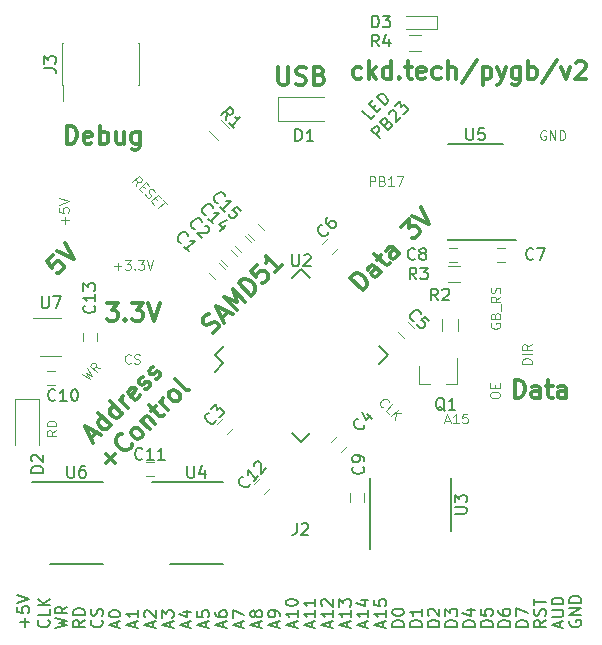
<source format=gbr>
G04 #@! TF.GenerationSoftware,KiCad,Pcbnew,(5.0.0-3-g5ebb6b6)*
G04 #@! TF.CreationDate,2018-08-11T09:42:43-07:00*
G04 #@! TF.ProjectId,pygameboy,707967616D65626F792E6B696361645F,rev?*
G04 #@! TF.SameCoordinates,Original*
G04 #@! TF.FileFunction,Legend,Top*
G04 #@! TF.FilePolarity,Positive*
%FSLAX46Y46*%
G04 Gerber Fmt 4.6, Leading zero omitted, Abs format (unit mm)*
G04 Created by KiCad (PCBNEW (5.0.0-3-g5ebb6b6)) date Saturday, August 11, 2018 at 09:42:43 AM*
%MOMM*%
%LPD*%
G01*
G04 APERTURE LIST*
%ADD10C,0.120000*%
%ADD11C,0.300000*%
%ADD12C,0.200000*%
%ADD13C,0.150000*%
G04 APERTURE END LIST*
D10*
X145385476Y-49088000D02*
X145309285Y-49049904D01*
X145195000Y-49049904D01*
X145080714Y-49088000D01*
X145004523Y-49164190D01*
X144966428Y-49240380D01*
X144928333Y-49392761D01*
X144928333Y-49507047D01*
X144966428Y-49659428D01*
X145004523Y-49735619D01*
X145080714Y-49811809D01*
X145195000Y-49849904D01*
X145271190Y-49849904D01*
X145385476Y-49811809D01*
X145423571Y-49773714D01*
X145423571Y-49507047D01*
X145271190Y-49507047D01*
X145766428Y-49849904D02*
X145766428Y-49049904D01*
X146223571Y-49849904D01*
X146223571Y-49049904D01*
X146604523Y-49849904D02*
X146604523Y-49049904D01*
X146795000Y-49049904D01*
X146909285Y-49088000D01*
X146985476Y-49164190D01*
X147023571Y-49240380D01*
X147061666Y-49392761D01*
X147061666Y-49507047D01*
X147023571Y-49659428D01*
X146985476Y-49735619D01*
X146909285Y-49811809D01*
X146795000Y-49849904D01*
X146604523Y-49849904D01*
X130523571Y-53749904D02*
X130523571Y-52949904D01*
X130828333Y-52949904D01*
X130904523Y-52988000D01*
X130942619Y-53026095D01*
X130980714Y-53102285D01*
X130980714Y-53216571D01*
X130942619Y-53292761D01*
X130904523Y-53330857D01*
X130828333Y-53368952D01*
X130523571Y-53368952D01*
X131590238Y-53330857D02*
X131704523Y-53368952D01*
X131742619Y-53407047D01*
X131780714Y-53483238D01*
X131780714Y-53597523D01*
X131742619Y-53673714D01*
X131704523Y-53711809D01*
X131628333Y-53749904D01*
X131323571Y-53749904D01*
X131323571Y-52949904D01*
X131590238Y-52949904D01*
X131666428Y-52988000D01*
X131704523Y-53026095D01*
X131742619Y-53102285D01*
X131742619Y-53178476D01*
X131704523Y-53254666D01*
X131666428Y-53292761D01*
X131590238Y-53330857D01*
X131323571Y-53330857D01*
X132542619Y-53749904D02*
X132085476Y-53749904D01*
X132314047Y-53749904D02*
X132314047Y-52949904D01*
X132237857Y-53064190D01*
X132161666Y-53140380D01*
X132085476Y-53178476D01*
X132809285Y-52949904D02*
X133342619Y-52949904D01*
X132999761Y-53749904D01*
X108845000Y-60545142D02*
X109454523Y-60545142D01*
X109149761Y-60849904D02*
X109149761Y-60240380D01*
X109759285Y-60049904D02*
X110254523Y-60049904D01*
X109987857Y-60354666D01*
X110102142Y-60354666D01*
X110178333Y-60392761D01*
X110216428Y-60430857D01*
X110254523Y-60507047D01*
X110254523Y-60697523D01*
X110216428Y-60773714D01*
X110178333Y-60811809D01*
X110102142Y-60849904D01*
X109873571Y-60849904D01*
X109797380Y-60811809D01*
X109759285Y-60773714D01*
X110597380Y-60773714D02*
X110635476Y-60811809D01*
X110597380Y-60849904D01*
X110559285Y-60811809D01*
X110597380Y-60773714D01*
X110597380Y-60849904D01*
X110902142Y-60049904D02*
X111397380Y-60049904D01*
X111130714Y-60354666D01*
X111245000Y-60354666D01*
X111321190Y-60392761D01*
X111359285Y-60430857D01*
X111397380Y-60507047D01*
X111397380Y-60697523D01*
X111359285Y-60773714D01*
X111321190Y-60811809D01*
X111245000Y-60849904D01*
X111016428Y-60849904D01*
X110940238Y-60811809D01*
X110902142Y-60773714D01*
X111625952Y-60049904D02*
X111892619Y-60849904D01*
X112159285Y-60049904D01*
X104702142Y-56966571D02*
X104702142Y-56357047D01*
X105006904Y-56661809D02*
X104397380Y-56661809D01*
X104206904Y-55595142D02*
X104206904Y-55976095D01*
X104587857Y-56014190D01*
X104549761Y-55976095D01*
X104511666Y-55899904D01*
X104511666Y-55709428D01*
X104549761Y-55633238D01*
X104587857Y-55595142D01*
X104664047Y-55557047D01*
X104854523Y-55557047D01*
X104930714Y-55595142D01*
X104968809Y-55633238D01*
X105006904Y-55709428D01*
X105006904Y-55899904D01*
X104968809Y-55976095D01*
X104930714Y-56014190D01*
X104206904Y-55328476D02*
X105006904Y-55061809D01*
X104206904Y-54795142D01*
X110717503Y-53772314D02*
X110798316Y-53314378D01*
X110394255Y-53449065D02*
X110959940Y-52883380D01*
X111175439Y-53098879D01*
X111202377Y-53179691D01*
X111202377Y-53233566D01*
X111175439Y-53314378D01*
X111094627Y-53395190D01*
X111013815Y-53422128D01*
X110959940Y-53422128D01*
X110879128Y-53395190D01*
X110663629Y-53179691D01*
X111256251Y-53718439D02*
X111444813Y-53907001D01*
X111229314Y-54284125D02*
X110959940Y-54014751D01*
X111525625Y-53449065D01*
X111795000Y-53718439D01*
X111471751Y-54472687D02*
X111525625Y-54580436D01*
X111660312Y-54715123D01*
X111741125Y-54742061D01*
X111795000Y-54742061D01*
X111875812Y-54715123D01*
X111929687Y-54661248D01*
X111956624Y-54580436D01*
X111956624Y-54526561D01*
X111929687Y-54445749D01*
X111848874Y-54311062D01*
X111821937Y-54230250D01*
X111821937Y-54176375D01*
X111848874Y-54095563D01*
X111902749Y-54041688D01*
X111983561Y-54014751D01*
X112037436Y-54014751D01*
X112118248Y-54041688D01*
X112252935Y-54176375D01*
X112306810Y-54284125D01*
X112306810Y-54768998D02*
X112495372Y-54957560D01*
X112279873Y-55334683D02*
X112010499Y-55065309D01*
X112576184Y-54499624D01*
X112845558Y-54768998D01*
X113007183Y-54930622D02*
X113330431Y-55253871D01*
X112603122Y-55657932D02*
X113168807Y-55092247D01*
X131656251Y-72503312D02*
X131602377Y-72503312D01*
X131494627Y-72449438D01*
X131440752Y-72395563D01*
X131386877Y-72287813D01*
X131386877Y-72180064D01*
X131413815Y-72099251D01*
X131494627Y-71964564D01*
X131575439Y-71883752D01*
X131710126Y-71802940D01*
X131790938Y-71776003D01*
X131898688Y-71776003D01*
X132006438Y-71829877D01*
X132060312Y-71883752D01*
X132114187Y-71991502D01*
X132114187Y-72045377D01*
X132114187Y-73068998D02*
X131844813Y-72799624D01*
X132410499Y-72233938D01*
X132302749Y-73257560D02*
X132868435Y-72691874D01*
X132625998Y-73580809D02*
X132706810Y-73015123D01*
X133191683Y-73015123D02*
X132545186Y-73015123D01*
X136892619Y-73621333D02*
X137273571Y-73621333D01*
X136816428Y-73849904D02*
X137083095Y-73049904D01*
X137349761Y-73849904D01*
X138035476Y-73849904D02*
X137578333Y-73849904D01*
X137806904Y-73849904D02*
X137806904Y-73049904D01*
X137730714Y-73164190D01*
X137654523Y-73240380D01*
X137578333Y-73278476D01*
X138759285Y-73049904D02*
X138378333Y-73049904D01*
X138340238Y-73430857D01*
X138378333Y-73392761D01*
X138454523Y-73354666D01*
X138645000Y-73354666D01*
X138721190Y-73392761D01*
X138759285Y-73430857D01*
X138797380Y-73507047D01*
X138797380Y-73697523D01*
X138759285Y-73773714D01*
X138721190Y-73811809D01*
X138645000Y-73849904D01*
X138454523Y-73849904D01*
X138378333Y-73811809D01*
X138340238Y-73773714D01*
X140706904Y-71526095D02*
X140706904Y-71373714D01*
X140745000Y-71297523D01*
X140821190Y-71221333D01*
X140973571Y-71183238D01*
X141240238Y-71183238D01*
X141392619Y-71221333D01*
X141468809Y-71297523D01*
X141506904Y-71373714D01*
X141506904Y-71526095D01*
X141468809Y-71602285D01*
X141392619Y-71678476D01*
X141240238Y-71716571D01*
X140973571Y-71716571D01*
X140821190Y-71678476D01*
X140745000Y-71602285D01*
X140706904Y-71526095D01*
X141087857Y-70840380D02*
X141087857Y-70573714D01*
X141506904Y-70459428D02*
X141506904Y-70840380D01*
X140706904Y-70840380D01*
X140706904Y-70459428D01*
X144206904Y-68788000D02*
X143406904Y-68788000D01*
X143406904Y-68597523D01*
X143445000Y-68483238D01*
X143521190Y-68407047D01*
X143597380Y-68368952D01*
X143749761Y-68330857D01*
X143864047Y-68330857D01*
X144016428Y-68368952D01*
X144092619Y-68407047D01*
X144168809Y-68483238D01*
X144206904Y-68597523D01*
X144206904Y-68788000D01*
X144206904Y-67988000D02*
X143406904Y-67988000D01*
X144206904Y-67149904D02*
X143825952Y-67416571D01*
X144206904Y-67607047D02*
X143406904Y-67607047D01*
X143406904Y-67302285D01*
X143445000Y-67226095D01*
X143483095Y-67188000D01*
X143559285Y-67149904D01*
X143673571Y-67149904D01*
X143749761Y-67188000D01*
X143787857Y-67226095D01*
X143825952Y-67302285D01*
X143825952Y-67607047D01*
X140795000Y-65364190D02*
X140756904Y-65440380D01*
X140756904Y-65554666D01*
X140795000Y-65668952D01*
X140871190Y-65745142D01*
X140947380Y-65783238D01*
X141099761Y-65821333D01*
X141214047Y-65821333D01*
X141366428Y-65783238D01*
X141442619Y-65745142D01*
X141518809Y-65668952D01*
X141556904Y-65554666D01*
X141556904Y-65478476D01*
X141518809Y-65364190D01*
X141480714Y-65326095D01*
X141214047Y-65326095D01*
X141214047Y-65478476D01*
X141137857Y-64716571D02*
X141175952Y-64602285D01*
X141214047Y-64564190D01*
X141290238Y-64526095D01*
X141404523Y-64526095D01*
X141480714Y-64564190D01*
X141518809Y-64602285D01*
X141556904Y-64678476D01*
X141556904Y-64983238D01*
X140756904Y-64983238D01*
X140756904Y-64716571D01*
X140795000Y-64640380D01*
X140833095Y-64602285D01*
X140909285Y-64564190D01*
X140985476Y-64564190D01*
X141061666Y-64602285D01*
X141099761Y-64640380D01*
X141137857Y-64716571D01*
X141137857Y-64983238D01*
X141633095Y-64373714D02*
X141633095Y-63764190D01*
X141556904Y-63116571D02*
X141175952Y-63383238D01*
X141556904Y-63573714D02*
X140756904Y-63573714D01*
X140756904Y-63268952D01*
X140795000Y-63192761D01*
X140833095Y-63154666D01*
X140909285Y-63116571D01*
X141023571Y-63116571D01*
X141099761Y-63154666D01*
X141137857Y-63192761D01*
X141175952Y-63268952D01*
X141175952Y-63573714D01*
X141518809Y-62811809D02*
X141556904Y-62697523D01*
X141556904Y-62507047D01*
X141518809Y-62430857D01*
X141480714Y-62392761D01*
X141404523Y-62354666D01*
X141328333Y-62354666D01*
X141252142Y-62392761D01*
X141214047Y-62430857D01*
X141175952Y-62507047D01*
X141137857Y-62659428D01*
X141099761Y-62735619D01*
X141061666Y-62773714D01*
X140985476Y-62811809D01*
X140909285Y-62811809D01*
X140833095Y-62773714D01*
X140795000Y-62735619D01*
X140756904Y-62659428D01*
X140756904Y-62468952D01*
X140795000Y-62354666D01*
X103956904Y-74440380D02*
X103575952Y-74707047D01*
X103956904Y-74897523D02*
X103156904Y-74897523D01*
X103156904Y-74592761D01*
X103195000Y-74516571D01*
X103233095Y-74478476D01*
X103309285Y-74440380D01*
X103423571Y-74440380D01*
X103499761Y-74478476D01*
X103537857Y-74516571D01*
X103575952Y-74592761D01*
X103575952Y-74897523D01*
X103956904Y-74097523D02*
X103156904Y-74097523D01*
X103156904Y-73907047D01*
X103195000Y-73792761D01*
X103271190Y-73716571D01*
X103347380Y-73678476D01*
X103499761Y-73640380D01*
X103614047Y-73640380D01*
X103766428Y-73678476D01*
X103842619Y-73716571D01*
X103918809Y-73792761D01*
X103956904Y-73907047D01*
X103956904Y-74097523D01*
X106109940Y-69653499D02*
X106810312Y-70084497D01*
X106514001Y-69572687D01*
X107025812Y-69868998D01*
X106594813Y-69168625D01*
X107699247Y-69195563D02*
X107241311Y-69114751D01*
X107375998Y-69518812D02*
X106810312Y-68953126D01*
X107025812Y-68737627D01*
X107106624Y-68710690D01*
X107160499Y-68710690D01*
X107241311Y-68737627D01*
X107322123Y-68818439D01*
X107349061Y-68899251D01*
X107349061Y-68953126D01*
X107322123Y-69033938D01*
X107106624Y-69249438D01*
X110261666Y-68723714D02*
X110223571Y-68761809D01*
X110109285Y-68799904D01*
X110033095Y-68799904D01*
X109918809Y-68761809D01*
X109842619Y-68685619D01*
X109804523Y-68609428D01*
X109766428Y-68457047D01*
X109766428Y-68342761D01*
X109804523Y-68190380D01*
X109842619Y-68114190D01*
X109918809Y-68038000D01*
X110033095Y-67999904D01*
X110109285Y-67999904D01*
X110223571Y-68038000D01*
X110261666Y-68076095D01*
X110566428Y-68761809D02*
X110680714Y-68799904D01*
X110871190Y-68799904D01*
X110947380Y-68761809D01*
X110985476Y-68723714D01*
X111023571Y-68647523D01*
X111023571Y-68571333D01*
X110985476Y-68495142D01*
X110947380Y-68457047D01*
X110871190Y-68418952D01*
X110718809Y-68380857D01*
X110642619Y-68342761D01*
X110604523Y-68304666D01*
X110566428Y-68228476D01*
X110566428Y-68152285D01*
X110604523Y-68076095D01*
X110642619Y-68038000D01*
X110718809Y-67999904D01*
X110909285Y-67999904D01*
X111023571Y-68038000D01*
D11*
X129920633Y-62572011D02*
X128859973Y-61511350D01*
X129112511Y-61258812D01*
X129314542Y-61157797D01*
X129516572Y-61157797D01*
X129668095Y-61208305D01*
X129920633Y-61359827D01*
X130072156Y-61511350D01*
X130223679Y-61763888D01*
X130274187Y-61915411D01*
X130274187Y-62117442D01*
X130173172Y-62319472D01*
X129920633Y-62572011D01*
X131435862Y-61056782D02*
X130880278Y-60501198D01*
X130728755Y-60450690D01*
X130577233Y-60501198D01*
X130375202Y-60703228D01*
X130324694Y-60854751D01*
X131385355Y-61006274D02*
X131334847Y-61157797D01*
X131082309Y-61410335D01*
X130930786Y-61460843D01*
X130779263Y-61410335D01*
X130678248Y-61309320D01*
X130627740Y-61157797D01*
X130678248Y-61006274D01*
X130930786Y-60753736D01*
X130981294Y-60602213D01*
X131082309Y-59996122D02*
X131486370Y-59592061D01*
X130880278Y-59491045D02*
X131789416Y-60400183D01*
X131940938Y-60450690D01*
X132092461Y-60400183D01*
X132193477Y-60299167D01*
X133001599Y-59491045D02*
X132446015Y-58935461D01*
X132294492Y-58884954D01*
X132142969Y-58935461D01*
X131940938Y-59137492D01*
X131890431Y-59289015D01*
X132951091Y-59440538D02*
X132900583Y-59592061D01*
X132648045Y-59844599D01*
X132496522Y-59895106D01*
X132345000Y-59844599D01*
X132243984Y-59743583D01*
X132193477Y-59592061D01*
X132243984Y-59440538D01*
X132496522Y-59188000D01*
X132547030Y-59036477D01*
X133153122Y-57218202D02*
X133809721Y-56561603D01*
X133860228Y-57319217D01*
X134011751Y-57167694D01*
X134163274Y-57117187D01*
X134264289Y-57117187D01*
X134415812Y-57167694D01*
X134668350Y-57420233D01*
X134718858Y-57571755D01*
X134718858Y-57672771D01*
X134668350Y-57824294D01*
X134365305Y-58127339D01*
X134213782Y-58177847D01*
X134112766Y-58177847D01*
X134112766Y-56258557D02*
X135526980Y-56965664D01*
X134819873Y-55551450D01*
X117220126Y-66171503D02*
X117422156Y-66070488D01*
X117674694Y-65817950D01*
X117725202Y-65666427D01*
X117725202Y-65565411D01*
X117674694Y-65413888D01*
X117573679Y-65312873D01*
X117422156Y-65262366D01*
X117321141Y-65262366D01*
X117169618Y-65312873D01*
X116917080Y-65464396D01*
X116765557Y-65514904D01*
X116664542Y-65514904D01*
X116513019Y-65464396D01*
X116412004Y-65363381D01*
X116361496Y-65211858D01*
X116361496Y-65110843D01*
X116412004Y-64959320D01*
X116664542Y-64706782D01*
X116866572Y-64605766D01*
X117977740Y-64908812D02*
X118482816Y-64403736D01*
X118179771Y-65312873D02*
X117472664Y-63898660D01*
X118886877Y-64605766D01*
X119240431Y-64252213D02*
X118179771Y-63191553D01*
X119290938Y-63595614D01*
X118886877Y-62484446D01*
X119947538Y-63545106D01*
X120452614Y-63040030D02*
X119391954Y-61979370D01*
X119644492Y-61726832D01*
X119846522Y-61625816D01*
X120048553Y-61625816D01*
X120200076Y-61676324D01*
X120452614Y-61827847D01*
X120604137Y-61979370D01*
X120755660Y-62231908D01*
X120806167Y-62383431D01*
X120806167Y-62585461D01*
X120705152Y-62787492D01*
X120452614Y-63040030D01*
X120957690Y-60413633D02*
X120452614Y-60918710D01*
X120907183Y-61474294D01*
X120907183Y-61373278D01*
X120957690Y-61221755D01*
X121210228Y-60969217D01*
X121361751Y-60918710D01*
X121462766Y-60918710D01*
X121614289Y-60969217D01*
X121866827Y-61221755D01*
X121917335Y-61373278D01*
X121917335Y-61474294D01*
X121866827Y-61625816D01*
X121614289Y-61878355D01*
X121462766Y-61928862D01*
X121361751Y-61928862D01*
X123079011Y-60413633D02*
X122472919Y-61019725D01*
X122775965Y-60716679D02*
X121715305Y-59656019D01*
X121765812Y-59908557D01*
X121765812Y-60110588D01*
X121715305Y-60262111D01*
D12*
X130909271Y-47761409D02*
X130572554Y-48098126D01*
X129865447Y-47391020D01*
X130774584Y-47155317D02*
X131010287Y-46919615D01*
X131481691Y-47188989D02*
X131144974Y-47525707D01*
X130437867Y-46818600D01*
X130774584Y-46481882D01*
X131784737Y-46885943D02*
X131077630Y-46178836D01*
X131245989Y-46010478D01*
X131380676Y-45943134D01*
X131515363Y-45943134D01*
X131616378Y-45976806D01*
X131784737Y-46077821D01*
X131885752Y-46178836D01*
X131986768Y-46347195D01*
X132020439Y-46448210D01*
X132020439Y-46582897D01*
X131953096Y-46717584D01*
X131784737Y-46885943D01*
X131353739Y-49721105D02*
X130646632Y-49013998D01*
X130916006Y-48744624D01*
X131017022Y-48710953D01*
X131084365Y-48710953D01*
X131185380Y-48744624D01*
X131286396Y-48845640D01*
X131320067Y-48946655D01*
X131320067Y-49013998D01*
X131286396Y-49115014D01*
X131017022Y-49384388D01*
X131926159Y-48407907D02*
X132060846Y-48340563D01*
X132128189Y-48340563D01*
X132229205Y-48374235D01*
X132330220Y-48475250D01*
X132363892Y-48576266D01*
X132363892Y-48643609D01*
X132330220Y-48744624D01*
X132060846Y-49013998D01*
X131353739Y-48306892D01*
X131589441Y-48071189D01*
X131690457Y-48037518D01*
X131757800Y-48037518D01*
X131858815Y-48071189D01*
X131926159Y-48138533D01*
X131959831Y-48239548D01*
X131959831Y-48306892D01*
X131926159Y-48407907D01*
X131690457Y-48643609D01*
X132094518Y-47700800D02*
X132094518Y-47633457D01*
X132128189Y-47532441D01*
X132296548Y-47364083D01*
X132397563Y-47330411D01*
X132464907Y-47330411D01*
X132565922Y-47364083D01*
X132633266Y-47431426D01*
X132700609Y-47566113D01*
X132700609Y-48374235D01*
X133138342Y-47936502D01*
X132666937Y-46993693D02*
X133104670Y-46555961D01*
X133138342Y-47061037D01*
X133239357Y-46960022D01*
X133340372Y-46926350D01*
X133407716Y-46926350D01*
X133508731Y-46960022D01*
X133677090Y-47128380D01*
X133710762Y-47229396D01*
X133710762Y-47296739D01*
X133677090Y-47397754D01*
X133475059Y-47599785D01*
X133374044Y-47633457D01*
X133306701Y-47633457D01*
D11*
X122757142Y-43666571D02*
X122757142Y-44880857D01*
X122828571Y-45023714D01*
X122900000Y-45095142D01*
X123042857Y-45166571D01*
X123328571Y-45166571D01*
X123471428Y-45095142D01*
X123542857Y-45023714D01*
X123614285Y-44880857D01*
X123614285Y-43666571D01*
X124257142Y-45095142D02*
X124471428Y-45166571D01*
X124828571Y-45166571D01*
X124971428Y-45095142D01*
X125042857Y-45023714D01*
X125114285Y-44880857D01*
X125114285Y-44738000D01*
X125042857Y-44595142D01*
X124971428Y-44523714D01*
X124828571Y-44452285D01*
X124542857Y-44380857D01*
X124400000Y-44309428D01*
X124328571Y-44238000D01*
X124257142Y-44095142D01*
X124257142Y-43952285D01*
X124328571Y-43809428D01*
X124400000Y-43738000D01*
X124542857Y-43666571D01*
X124900000Y-43666571D01*
X125114285Y-43738000D01*
X126257142Y-44380857D02*
X126471428Y-44452285D01*
X126542857Y-44523714D01*
X126614285Y-44666571D01*
X126614285Y-44880857D01*
X126542857Y-45023714D01*
X126471428Y-45095142D01*
X126328571Y-45166571D01*
X125757142Y-45166571D01*
X125757142Y-43666571D01*
X126257142Y-43666571D01*
X126400000Y-43738000D01*
X126471428Y-43809428D01*
X126542857Y-43952285D01*
X126542857Y-44095142D01*
X126471428Y-44238000D01*
X126400000Y-44309428D01*
X126257142Y-44380857D01*
X125757142Y-44380857D01*
X103662131Y-59609192D02*
X103157055Y-60114269D01*
X103611624Y-60669852D01*
X103611624Y-60568837D01*
X103662131Y-60417314D01*
X103914669Y-60164776D01*
X104066192Y-60114269D01*
X104167208Y-60114269D01*
X104318730Y-60164776D01*
X104571269Y-60417314D01*
X104621776Y-60568837D01*
X104621776Y-60669852D01*
X104571269Y-60821375D01*
X104318730Y-61073913D01*
X104167208Y-61124421D01*
X104066192Y-61124421D01*
X104015685Y-59255639D02*
X105429898Y-59962746D01*
X104722791Y-58548532D01*
X108230714Y-63666571D02*
X109159285Y-63666571D01*
X108659285Y-64238000D01*
X108873571Y-64238000D01*
X109016428Y-64309428D01*
X109087857Y-64380857D01*
X109159285Y-64523714D01*
X109159285Y-64880857D01*
X109087857Y-65023714D01*
X109016428Y-65095142D01*
X108873571Y-65166571D01*
X108445000Y-65166571D01*
X108302142Y-65095142D01*
X108230714Y-65023714D01*
X109802142Y-65023714D02*
X109873571Y-65095142D01*
X109802142Y-65166571D01*
X109730714Y-65095142D01*
X109802142Y-65023714D01*
X109802142Y-65166571D01*
X110373571Y-63666571D02*
X111302142Y-63666571D01*
X110802142Y-64238000D01*
X111016428Y-64238000D01*
X111159285Y-64309428D01*
X111230714Y-64380857D01*
X111302142Y-64523714D01*
X111302142Y-64880857D01*
X111230714Y-65023714D01*
X111159285Y-65095142D01*
X111016428Y-65166571D01*
X110587857Y-65166571D01*
X110445000Y-65095142D01*
X110373571Y-65023714D01*
X111730714Y-63666571D02*
X112230714Y-65166571D01*
X112730714Y-63666571D01*
X104873571Y-50166571D02*
X104873571Y-48666571D01*
X105230714Y-48666571D01*
X105445000Y-48738000D01*
X105587857Y-48880857D01*
X105659285Y-49023714D01*
X105730714Y-49309428D01*
X105730714Y-49523714D01*
X105659285Y-49809428D01*
X105587857Y-49952285D01*
X105445000Y-50095142D01*
X105230714Y-50166571D01*
X104873571Y-50166571D01*
X106945000Y-50095142D02*
X106802142Y-50166571D01*
X106516428Y-50166571D01*
X106373571Y-50095142D01*
X106302142Y-49952285D01*
X106302142Y-49380857D01*
X106373571Y-49238000D01*
X106516428Y-49166571D01*
X106802142Y-49166571D01*
X106945000Y-49238000D01*
X107016428Y-49380857D01*
X107016428Y-49523714D01*
X106302142Y-49666571D01*
X107659285Y-50166571D02*
X107659285Y-48666571D01*
X107659285Y-49238000D02*
X107802142Y-49166571D01*
X108087857Y-49166571D01*
X108230714Y-49238000D01*
X108302142Y-49309428D01*
X108373571Y-49452285D01*
X108373571Y-49880857D01*
X108302142Y-50023714D01*
X108230714Y-50095142D01*
X108087857Y-50166571D01*
X107802142Y-50166571D01*
X107659285Y-50095142D01*
X109659285Y-49166571D02*
X109659285Y-50166571D01*
X109016428Y-49166571D02*
X109016428Y-49952285D01*
X109087857Y-50095142D01*
X109230714Y-50166571D01*
X109445000Y-50166571D01*
X109587857Y-50095142D01*
X109659285Y-50023714D01*
X111016428Y-49166571D02*
X111016428Y-50380857D01*
X110945000Y-50523714D01*
X110873571Y-50595142D01*
X110730714Y-50666571D01*
X110516428Y-50666571D01*
X110373571Y-50595142D01*
X111016428Y-50095142D02*
X110873571Y-50166571D01*
X110587857Y-50166571D01*
X110445000Y-50095142D01*
X110373571Y-50023714D01*
X110302142Y-49880857D01*
X110302142Y-49452285D01*
X110373571Y-49309428D01*
X110445000Y-49238000D01*
X110587857Y-49166571D01*
X110873571Y-49166571D01*
X111016428Y-49238000D01*
X106866534Y-75116896D02*
X107371611Y-74611820D01*
X107068565Y-75520957D02*
X106361458Y-74106744D01*
X107775672Y-74813850D01*
X108583794Y-74005728D02*
X107523133Y-72945068D01*
X108533286Y-73955221D02*
X108482778Y-74106744D01*
X108280748Y-74308774D01*
X108129225Y-74359282D01*
X108028210Y-74359282D01*
X107876687Y-74308774D01*
X107573641Y-74005728D01*
X107523133Y-73854205D01*
X107523133Y-73753190D01*
X107573641Y-73601667D01*
X107775672Y-73399637D01*
X107927194Y-73349129D01*
X109543439Y-73046083D02*
X108482778Y-71985423D01*
X109492931Y-72995576D02*
X109442423Y-73147099D01*
X109240393Y-73349129D01*
X109088870Y-73399637D01*
X108987855Y-73399637D01*
X108836332Y-73349129D01*
X108533286Y-73046083D01*
X108482778Y-72894561D01*
X108482778Y-72793545D01*
X108533286Y-72642022D01*
X108735316Y-72439992D01*
X108886839Y-72389484D01*
X110048515Y-72541007D02*
X109341408Y-71833900D01*
X109543439Y-72035931D02*
X109492931Y-71884408D01*
X109492931Y-71783393D01*
X109543439Y-71631870D01*
X109644454Y-71530855D01*
X111058667Y-71429839D02*
X111008160Y-71581362D01*
X110806129Y-71783393D01*
X110654606Y-71833900D01*
X110503083Y-71783393D01*
X110099022Y-71379332D01*
X110048515Y-71227809D01*
X110099022Y-71076286D01*
X110301053Y-70874255D01*
X110452576Y-70823748D01*
X110604099Y-70874255D01*
X110705114Y-70975271D01*
X110301053Y-71581362D01*
X111513236Y-70975271D02*
X111664759Y-70924763D01*
X111866789Y-70722733D01*
X111917297Y-70571210D01*
X111866789Y-70419687D01*
X111816282Y-70369179D01*
X111664759Y-70318672D01*
X111513236Y-70369179D01*
X111361713Y-70520702D01*
X111210190Y-70571210D01*
X111058667Y-70520702D01*
X111008160Y-70470194D01*
X110957652Y-70318672D01*
X111008160Y-70167149D01*
X111159683Y-70015626D01*
X111311205Y-69965118D01*
X112371866Y-70116641D02*
X112523389Y-70066133D01*
X112725419Y-69864103D01*
X112775927Y-69712580D01*
X112725419Y-69561057D01*
X112674911Y-69510550D01*
X112523389Y-69460042D01*
X112371866Y-69510550D01*
X112220343Y-69662072D01*
X112068820Y-69712580D01*
X111917297Y-69662072D01*
X111866789Y-69611565D01*
X111816282Y-69460042D01*
X111866789Y-69308519D01*
X112018312Y-69156996D01*
X112169835Y-69106488D01*
X108139326Y-77248318D02*
X108947448Y-76440196D01*
X108947448Y-77248318D02*
X108139326Y-76440196D01*
X110361662Y-75632074D02*
X110361662Y-75733089D01*
X110260647Y-75935119D01*
X110159631Y-76036135D01*
X109957601Y-76137150D01*
X109755570Y-76137150D01*
X109604047Y-76086642D01*
X109351509Y-75935119D01*
X109199986Y-75783597D01*
X109048463Y-75531058D01*
X108997956Y-75379536D01*
X108997956Y-75177505D01*
X109098971Y-74975474D01*
X109199986Y-74874459D01*
X109402017Y-74773444D01*
X109503032Y-74773444D01*
X111068769Y-75126997D02*
X110917246Y-75177505D01*
X110816230Y-75177505D01*
X110664708Y-75126997D01*
X110361662Y-74823952D01*
X110311154Y-74672429D01*
X110311154Y-74571413D01*
X110361662Y-74419891D01*
X110513185Y-74268368D01*
X110664708Y-74217860D01*
X110765723Y-74217860D01*
X110917246Y-74268368D01*
X111220291Y-74571413D01*
X111270799Y-74722936D01*
X111270799Y-74823952D01*
X111220291Y-74975474D01*
X111068769Y-75126997D01*
X111169784Y-73611769D02*
X111876891Y-74318875D01*
X111270799Y-73712784D02*
X111270799Y-73611769D01*
X111321307Y-73460246D01*
X111472830Y-73308723D01*
X111624352Y-73258215D01*
X111775875Y-73308723D01*
X112331459Y-73864307D01*
X111977906Y-72803647D02*
X112381967Y-72399585D01*
X111775875Y-72298570D02*
X112685013Y-73207708D01*
X112836536Y-73258215D01*
X112988058Y-73207708D01*
X113089074Y-73106692D01*
X113442627Y-72753139D02*
X112735520Y-72046032D01*
X112937551Y-72248063D02*
X112887043Y-72096540D01*
X112887043Y-71995524D01*
X112937551Y-71844002D01*
X113038566Y-71742986D01*
X114250749Y-71945017D02*
X114099226Y-71995524D01*
X113998211Y-71995524D01*
X113846688Y-71945017D01*
X113543642Y-71641971D01*
X113493135Y-71490448D01*
X113493135Y-71389433D01*
X113543642Y-71237910D01*
X113695165Y-71086387D01*
X113846688Y-71035880D01*
X113947703Y-71035880D01*
X114099226Y-71086387D01*
X114402272Y-71389433D01*
X114452780Y-71540956D01*
X114452780Y-71641971D01*
X114402272Y-71793494D01*
X114250749Y-71945017D01*
X115210394Y-70985372D02*
X115058871Y-71035880D01*
X114907348Y-70985372D01*
X113998211Y-70076235D01*
X142766428Y-71666571D02*
X142766428Y-70166571D01*
X143123571Y-70166571D01*
X143337857Y-70238000D01*
X143480714Y-70380857D01*
X143552142Y-70523714D01*
X143623571Y-70809428D01*
X143623571Y-71023714D01*
X143552142Y-71309428D01*
X143480714Y-71452285D01*
X143337857Y-71595142D01*
X143123571Y-71666571D01*
X142766428Y-71666571D01*
X144909285Y-71666571D02*
X144909285Y-70880857D01*
X144837857Y-70738000D01*
X144695000Y-70666571D01*
X144409285Y-70666571D01*
X144266428Y-70738000D01*
X144909285Y-71595142D02*
X144766428Y-71666571D01*
X144409285Y-71666571D01*
X144266428Y-71595142D01*
X144195000Y-71452285D01*
X144195000Y-71309428D01*
X144266428Y-71166571D01*
X144409285Y-71095142D01*
X144766428Y-71095142D01*
X144909285Y-71023714D01*
X145409285Y-70666571D02*
X145980714Y-70666571D01*
X145623571Y-70166571D02*
X145623571Y-71452285D01*
X145695000Y-71595142D01*
X145837857Y-71666571D01*
X145980714Y-71666571D01*
X147123571Y-71666571D02*
X147123571Y-70880857D01*
X147052142Y-70738000D01*
X146909285Y-70666571D01*
X146623571Y-70666571D01*
X146480714Y-70738000D01*
X147123571Y-71595142D02*
X146980714Y-71666571D01*
X146623571Y-71666571D01*
X146480714Y-71595142D01*
X146409285Y-71452285D01*
X146409285Y-71309428D01*
X146480714Y-71166571D01*
X146623571Y-71095142D01*
X146980714Y-71095142D01*
X147123571Y-71023714D01*
X129802142Y-44595142D02*
X129659285Y-44666571D01*
X129373571Y-44666571D01*
X129230714Y-44595142D01*
X129159285Y-44523714D01*
X129087857Y-44380857D01*
X129087857Y-43952285D01*
X129159285Y-43809428D01*
X129230714Y-43738000D01*
X129373571Y-43666571D01*
X129659285Y-43666571D01*
X129802142Y-43738000D01*
X130445000Y-44666571D02*
X130445000Y-43166571D01*
X130587857Y-44095142D02*
X131016428Y-44666571D01*
X131016428Y-43666571D02*
X130445000Y-44238000D01*
X132302142Y-44666571D02*
X132302142Y-43166571D01*
X132302142Y-44595142D02*
X132159285Y-44666571D01*
X131873571Y-44666571D01*
X131730714Y-44595142D01*
X131659285Y-44523714D01*
X131587857Y-44380857D01*
X131587857Y-43952285D01*
X131659285Y-43809428D01*
X131730714Y-43738000D01*
X131873571Y-43666571D01*
X132159285Y-43666571D01*
X132302142Y-43738000D01*
X133016428Y-44523714D02*
X133087857Y-44595142D01*
X133016428Y-44666571D01*
X132945000Y-44595142D01*
X133016428Y-44523714D01*
X133016428Y-44666571D01*
X133516428Y-43666571D02*
X134087857Y-43666571D01*
X133730714Y-43166571D02*
X133730714Y-44452285D01*
X133802142Y-44595142D01*
X133945000Y-44666571D01*
X134087857Y-44666571D01*
X135159285Y-44595142D02*
X135016428Y-44666571D01*
X134730714Y-44666571D01*
X134587857Y-44595142D01*
X134516428Y-44452285D01*
X134516428Y-43880857D01*
X134587857Y-43738000D01*
X134730714Y-43666571D01*
X135016428Y-43666571D01*
X135159285Y-43738000D01*
X135230714Y-43880857D01*
X135230714Y-44023714D01*
X134516428Y-44166571D01*
X136516428Y-44595142D02*
X136373571Y-44666571D01*
X136087857Y-44666571D01*
X135945000Y-44595142D01*
X135873571Y-44523714D01*
X135802142Y-44380857D01*
X135802142Y-43952285D01*
X135873571Y-43809428D01*
X135945000Y-43738000D01*
X136087857Y-43666571D01*
X136373571Y-43666571D01*
X136516428Y-43738000D01*
X137159285Y-44666571D02*
X137159285Y-43166571D01*
X137802142Y-44666571D02*
X137802142Y-43880857D01*
X137730714Y-43738000D01*
X137587857Y-43666571D01*
X137373571Y-43666571D01*
X137230714Y-43738000D01*
X137159285Y-43809428D01*
X139587857Y-43095142D02*
X138302142Y-45023714D01*
X140087857Y-43666571D02*
X140087857Y-45166571D01*
X140087857Y-43738000D02*
X140230714Y-43666571D01*
X140516428Y-43666571D01*
X140659285Y-43738000D01*
X140730714Y-43809428D01*
X140802142Y-43952285D01*
X140802142Y-44380857D01*
X140730714Y-44523714D01*
X140659285Y-44595142D01*
X140516428Y-44666571D01*
X140230714Y-44666571D01*
X140087857Y-44595142D01*
X141302142Y-43666571D02*
X141659285Y-44666571D01*
X142016428Y-43666571D02*
X141659285Y-44666571D01*
X141516428Y-45023714D01*
X141445000Y-45095142D01*
X141302142Y-45166571D01*
X143230714Y-43666571D02*
X143230714Y-44880857D01*
X143159285Y-45023714D01*
X143087857Y-45095142D01*
X142945000Y-45166571D01*
X142730714Y-45166571D01*
X142587857Y-45095142D01*
X143230714Y-44595142D02*
X143087857Y-44666571D01*
X142802142Y-44666571D01*
X142659285Y-44595142D01*
X142587857Y-44523714D01*
X142516428Y-44380857D01*
X142516428Y-43952285D01*
X142587857Y-43809428D01*
X142659285Y-43738000D01*
X142802142Y-43666571D01*
X143087857Y-43666571D01*
X143230714Y-43738000D01*
X143945000Y-44666571D02*
X143945000Y-43166571D01*
X143945000Y-43738000D02*
X144087857Y-43666571D01*
X144373571Y-43666571D01*
X144516428Y-43738000D01*
X144587857Y-43809428D01*
X144659285Y-43952285D01*
X144659285Y-44380857D01*
X144587857Y-44523714D01*
X144516428Y-44595142D01*
X144373571Y-44666571D01*
X144087857Y-44666571D01*
X143945000Y-44595142D01*
X146373571Y-43095142D02*
X145087857Y-45023714D01*
X146730714Y-43666571D02*
X147087857Y-44666571D01*
X147445000Y-43666571D01*
X147945000Y-43309428D02*
X148016428Y-43238000D01*
X148159285Y-43166571D01*
X148516428Y-43166571D01*
X148659285Y-43238000D01*
X148730714Y-43309428D01*
X148802142Y-43452285D01*
X148802142Y-43595142D01*
X148730714Y-43809428D01*
X147873571Y-44666571D01*
X148802142Y-44666571D01*
D12*
X147445000Y-90548095D02*
X147397380Y-90643333D01*
X147397380Y-90786190D01*
X147445000Y-90929047D01*
X147540238Y-91024285D01*
X147635476Y-91071904D01*
X147825952Y-91119523D01*
X147968809Y-91119523D01*
X148159285Y-91071904D01*
X148254523Y-91024285D01*
X148349761Y-90929047D01*
X148397380Y-90786190D01*
X148397380Y-90690952D01*
X148349761Y-90548095D01*
X148302142Y-90500476D01*
X147968809Y-90500476D01*
X147968809Y-90690952D01*
X148397380Y-90071904D02*
X147397380Y-90071904D01*
X148397380Y-89500476D01*
X147397380Y-89500476D01*
X148397380Y-89024285D02*
X147397380Y-89024285D01*
X147397380Y-88786190D01*
X147445000Y-88643333D01*
X147540238Y-88548095D01*
X147635476Y-88500476D01*
X147825952Y-88452857D01*
X147968809Y-88452857D01*
X148159285Y-88500476D01*
X148254523Y-88548095D01*
X148349761Y-88643333D01*
X148397380Y-88786190D01*
X148397380Y-89024285D01*
X146611666Y-91119523D02*
X146611666Y-90643333D01*
X146897380Y-91214761D02*
X145897380Y-90881428D01*
X146897380Y-90548095D01*
X145897380Y-90214761D02*
X146706904Y-90214761D01*
X146802142Y-90167142D01*
X146849761Y-90119523D01*
X146897380Y-90024285D01*
X146897380Y-89833809D01*
X146849761Y-89738571D01*
X146802142Y-89690952D01*
X146706904Y-89643333D01*
X145897380Y-89643333D01*
X146897380Y-89167142D02*
X145897380Y-89167142D01*
X145897380Y-88929047D01*
X145945000Y-88786190D01*
X146040238Y-88690952D01*
X146135476Y-88643333D01*
X146325952Y-88595714D01*
X146468809Y-88595714D01*
X146659285Y-88643333D01*
X146754523Y-88690952D01*
X146849761Y-88786190D01*
X146897380Y-88929047D01*
X146897380Y-89167142D01*
X145397380Y-90500476D02*
X144921190Y-90833809D01*
X145397380Y-91071904D02*
X144397380Y-91071904D01*
X144397380Y-90690952D01*
X144445000Y-90595714D01*
X144492619Y-90548095D01*
X144587857Y-90500476D01*
X144730714Y-90500476D01*
X144825952Y-90548095D01*
X144873571Y-90595714D01*
X144921190Y-90690952D01*
X144921190Y-91071904D01*
X145349761Y-90119523D02*
X145397380Y-89976666D01*
X145397380Y-89738571D01*
X145349761Y-89643333D01*
X145302142Y-89595714D01*
X145206904Y-89548095D01*
X145111666Y-89548095D01*
X145016428Y-89595714D01*
X144968809Y-89643333D01*
X144921190Y-89738571D01*
X144873571Y-89929047D01*
X144825952Y-90024285D01*
X144778333Y-90071904D01*
X144683095Y-90119523D01*
X144587857Y-90119523D01*
X144492619Y-90071904D01*
X144445000Y-90024285D01*
X144397380Y-89929047D01*
X144397380Y-89690952D01*
X144445000Y-89548095D01*
X144397380Y-89262380D02*
X144397380Y-88690952D01*
X145397380Y-88976666D02*
X144397380Y-88976666D01*
X143897380Y-91071904D02*
X142897380Y-91071904D01*
X142897380Y-90833809D01*
X142945000Y-90690952D01*
X143040238Y-90595714D01*
X143135476Y-90548095D01*
X143325952Y-90500476D01*
X143468809Y-90500476D01*
X143659285Y-90548095D01*
X143754523Y-90595714D01*
X143849761Y-90690952D01*
X143897380Y-90833809D01*
X143897380Y-91071904D01*
X142897380Y-90167142D02*
X142897380Y-89500476D01*
X143897380Y-89929047D01*
X142397380Y-91071904D02*
X141397380Y-91071904D01*
X141397380Y-90833809D01*
X141445000Y-90690952D01*
X141540238Y-90595714D01*
X141635476Y-90548095D01*
X141825952Y-90500476D01*
X141968809Y-90500476D01*
X142159285Y-90548095D01*
X142254523Y-90595714D01*
X142349761Y-90690952D01*
X142397380Y-90833809D01*
X142397380Y-91071904D01*
X141397380Y-89643333D02*
X141397380Y-89833809D01*
X141445000Y-89929047D01*
X141492619Y-89976666D01*
X141635476Y-90071904D01*
X141825952Y-90119523D01*
X142206904Y-90119523D01*
X142302142Y-90071904D01*
X142349761Y-90024285D01*
X142397380Y-89929047D01*
X142397380Y-89738571D01*
X142349761Y-89643333D01*
X142302142Y-89595714D01*
X142206904Y-89548095D01*
X141968809Y-89548095D01*
X141873571Y-89595714D01*
X141825952Y-89643333D01*
X141778333Y-89738571D01*
X141778333Y-89929047D01*
X141825952Y-90024285D01*
X141873571Y-90071904D01*
X141968809Y-90119523D01*
X140897380Y-91071904D02*
X139897380Y-91071904D01*
X139897380Y-90833809D01*
X139945000Y-90690952D01*
X140040238Y-90595714D01*
X140135476Y-90548095D01*
X140325952Y-90500476D01*
X140468809Y-90500476D01*
X140659285Y-90548095D01*
X140754523Y-90595714D01*
X140849761Y-90690952D01*
X140897380Y-90833809D01*
X140897380Y-91071904D01*
X139897380Y-89595714D02*
X139897380Y-90071904D01*
X140373571Y-90119523D01*
X140325952Y-90071904D01*
X140278333Y-89976666D01*
X140278333Y-89738571D01*
X140325952Y-89643333D01*
X140373571Y-89595714D01*
X140468809Y-89548095D01*
X140706904Y-89548095D01*
X140802142Y-89595714D01*
X140849761Y-89643333D01*
X140897380Y-89738571D01*
X140897380Y-89976666D01*
X140849761Y-90071904D01*
X140802142Y-90119523D01*
X139397380Y-91071904D02*
X138397380Y-91071904D01*
X138397380Y-90833809D01*
X138445000Y-90690952D01*
X138540238Y-90595714D01*
X138635476Y-90548095D01*
X138825952Y-90500476D01*
X138968809Y-90500476D01*
X139159285Y-90548095D01*
X139254523Y-90595714D01*
X139349761Y-90690952D01*
X139397380Y-90833809D01*
X139397380Y-91071904D01*
X138730714Y-89643333D02*
X139397380Y-89643333D01*
X138349761Y-89881428D02*
X139064047Y-90119523D01*
X139064047Y-89500476D01*
X137897380Y-91071904D02*
X136897380Y-91071904D01*
X136897380Y-90833809D01*
X136945000Y-90690952D01*
X137040238Y-90595714D01*
X137135476Y-90548095D01*
X137325952Y-90500476D01*
X137468809Y-90500476D01*
X137659285Y-90548095D01*
X137754523Y-90595714D01*
X137849761Y-90690952D01*
X137897380Y-90833809D01*
X137897380Y-91071904D01*
X136897380Y-90167142D02*
X136897380Y-89548095D01*
X137278333Y-89881428D01*
X137278333Y-89738571D01*
X137325952Y-89643333D01*
X137373571Y-89595714D01*
X137468809Y-89548095D01*
X137706904Y-89548095D01*
X137802142Y-89595714D01*
X137849761Y-89643333D01*
X137897380Y-89738571D01*
X137897380Y-90024285D01*
X137849761Y-90119523D01*
X137802142Y-90167142D01*
X136397380Y-91071904D02*
X135397380Y-91071904D01*
X135397380Y-90833809D01*
X135445000Y-90690952D01*
X135540238Y-90595714D01*
X135635476Y-90548095D01*
X135825952Y-90500476D01*
X135968809Y-90500476D01*
X136159285Y-90548095D01*
X136254523Y-90595714D01*
X136349761Y-90690952D01*
X136397380Y-90833809D01*
X136397380Y-91071904D01*
X135492619Y-90119523D02*
X135445000Y-90071904D01*
X135397380Y-89976666D01*
X135397380Y-89738571D01*
X135445000Y-89643333D01*
X135492619Y-89595714D01*
X135587857Y-89548095D01*
X135683095Y-89548095D01*
X135825952Y-89595714D01*
X136397380Y-90167142D01*
X136397380Y-89548095D01*
X134897380Y-91071904D02*
X133897380Y-91071904D01*
X133897380Y-90833809D01*
X133945000Y-90690952D01*
X134040238Y-90595714D01*
X134135476Y-90548095D01*
X134325952Y-90500476D01*
X134468809Y-90500476D01*
X134659285Y-90548095D01*
X134754523Y-90595714D01*
X134849761Y-90690952D01*
X134897380Y-90833809D01*
X134897380Y-91071904D01*
X134897380Y-89548095D02*
X134897380Y-90119523D01*
X134897380Y-89833809D02*
X133897380Y-89833809D01*
X134040238Y-89929047D01*
X134135476Y-90024285D01*
X134183095Y-90119523D01*
X133397380Y-91071904D02*
X132397380Y-91071904D01*
X132397380Y-90833809D01*
X132445000Y-90690952D01*
X132540238Y-90595714D01*
X132635476Y-90548095D01*
X132825952Y-90500476D01*
X132968809Y-90500476D01*
X133159285Y-90548095D01*
X133254523Y-90595714D01*
X133349761Y-90690952D01*
X133397380Y-90833809D01*
X133397380Y-91071904D01*
X132397380Y-89881428D02*
X132397380Y-89786190D01*
X132445000Y-89690952D01*
X132492619Y-89643333D01*
X132587857Y-89595714D01*
X132778333Y-89548095D01*
X133016428Y-89548095D01*
X133206904Y-89595714D01*
X133302142Y-89643333D01*
X133349761Y-89690952D01*
X133397380Y-89786190D01*
X133397380Y-89881428D01*
X133349761Y-89976666D01*
X133302142Y-90024285D01*
X133206904Y-90071904D01*
X133016428Y-90119523D01*
X132778333Y-90119523D01*
X132587857Y-90071904D01*
X132492619Y-90024285D01*
X132445000Y-89976666D01*
X132397380Y-89881428D01*
X131611666Y-91119523D02*
X131611666Y-90643333D01*
X131897380Y-91214761D02*
X130897380Y-90881428D01*
X131897380Y-90548095D01*
X131897380Y-89690952D02*
X131897380Y-90262380D01*
X131897380Y-89976666D02*
X130897380Y-89976666D01*
X131040238Y-90071904D01*
X131135476Y-90167142D01*
X131183095Y-90262380D01*
X130897380Y-88786190D02*
X130897380Y-89262380D01*
X131373571Y-89310000D01*
X131325952Y-89262380D01*
X131278333Y-89167142D01*
X131278333Y-88929047D01*
X131325952Y-88833809D01*
X131373571Y-88786190D01*
X131468809Y-88738571D01*
X131706904Y-88738571D01*
X131802142Y-88786190D01*
X131849761Y-88833809D01*
X131897380Y-88929047D01*
X131897380Y-89167142D01*
X131849761Y-89262380D01*
X131802142Y-89310000D01*
X130111666Y-91119523D02*
X130111666Y-90643333D01*
X130397380Y-91214761D02*
X129397380Y-90881428D01*
X130397380Y-90548095D01*
X130397380Y-89690952D02*
X130397380Y-90262380D01*
X130397380Y-89976666D02*
X129397380Y-89976666D01*
X129540238Y-90071904D01*
X129635476Y-90167142D01*
X129683095Y-90262380D01*
X129730714Y-88833809D02*
X130397380Y-88833809D01*
X129349761Y-89071904D02*
X130064047Y-89310000D01*
X130064047Y-88690952D01*
X128611666Y-91119523D02*
X128611666Y-90643333D01*
X128897380Y-91214761D02*
X127897380Y-90881428D01*
X128897380Y-90548095D01*
X128897380Y-89690952D02*
X128897380Y-90262380D01*
X128897380Y-89976666D02*
X127897380Y-89976666D01*
X128040238Y-90071904D01*
X128135476Y-90167142D01*
X128183095Y-90262380D01*
X127897380Y-89357619D02*
X127897380Y-88738571D01*
X128278333Y-89071904D01*
X128278333Y-88929047D01*
X128325952Y-88833809D01*
X128373571Y-88786190D01*
X128468809Y-88738571D01*
X128706904Y-88738571D01*
X128802142Y-88786190D01*
X128849761Y-88833809D01*
X128897380Y-88929047D01*
X128897380Y-89214761D01*
X128849761Y-89310000D01*
X128802142Y-89357619D01*
X127111666Y-91119523D02*
X127111666Y-90643333D01*
X127397380Y-91214761D02*
X126397380Y-90881428D01*
X127397380Y-90548095D01*
X127397380Y-89690952D02*
X127397380Y-90262380D01*
X127397380Y-89976666D02*
X126397380Y-89976666D01*
X126540238Y-90071904D01*
X126635476Y-90167142D01*
X126683095Y-90262380D01*
X126492619Y-89310000D02*
X126445000Y-89262380D01*
X126397380Y-89167142D01*
X126397380Y-88929047D01*
X126445000Y-88833809D01*
X126492619Y-88786190D01*
X126587857Y-88738571D01*
X126683095Y-88738571D01*
X126825952Y-88786190D01*
X127397380Y-89357619D01*
X127397380Y-88738571D01*
X125611666Y-91119523D02*
X125611666Y-90643333D01*
X125897380Y-91214761D02*
X124897380Y-90881428D01*
X125897380Y-90548095D01*
X125897380Y-89690952D02*
X125897380Y-90262380D01*
X125897380Y-89976666D02*
X124897380Y-89976666D01*
X125040238Y-90071904D01*
X125135476Y-90167142D01*
X125183095Y-90262380D01*
X125897380Y-88738571D02*
X125897380Y-89310000D01*
X125897380Y-89024285D02*
X124897380Y-89024285D01*
X125040238Y-89119523D01*
X125135476Y-89214761D01*
X125183095Y-89310000D01*
X124111666Y-91119523D02*
X124111666Y-90643333D01*
X124397380Y-91214761D02*
X123397380Y-90881428D01*
X124397380Y-90548095D01*
X124397380Y-89690952D02*
X124397380Y-90262380D01*
X124397380Y-89976666D02*
X123397380Y-89976666D01*
X123540238Y-90071904D01*
X123635476Y-90167142D01*
X123683095Y-90262380D01*
X123397380Y-89071904D02*
X123397380Y-88976666D01*
X123445000Y-88881428D01*
X123492619Y-88833809D01*
X123587857Y-88786190D01*
X123778333Y-88738571D01*
X124016428Y-88738571D01*
X124206904Y-88786190D01*
X124302142Y-88833809D01*
X124349761Y-88881428D01*
X124397380Y-88976666D01*
X124397380Y-89071904D01*
X124349761Y-89167142D01*
X124302142Y-89214761D01*
X124206904Y-89262380D01*
X124016428Y-89310000D01*
X123778333Y-89310000D01*
X123587857Y-89262380D01*
X123492619Y-89214761D01*
X123445000Y-89167142D01*
X123397380Y-89071904D01*
X122611666Y-91119523D02*
X122611666Y-90643333D01*
X122897380Y-91214761D02*
X121897380Y-90881428D01*
X122897380Y-90548095D01*
X122897380Y-90167142D02*
X122897380Y-89976666D01*
X122849761Y-89881428D01*
X122802142Y-89833809D01*
X122659285Y-89738571D01*
X122468809Y-89690952D01*
X122087857Y-89690952D01*
X121992619Y-89738571D01*
X121945000Y-89786190D01*
X121897380Y-89881428D01*
X121897380Y-90071904D01*
X121945000Y-90167142D01*
X121992619Y-90214761D01*
X122087857Y-90262380D01*
X122325952Y-90262380D01*
X122421190Y-90214761D01*
X122468809Y-90167142D01*
X122516428Y-90071904D01*
X122516428Y-89881428D01*
X122468809Y-89786190D01*
X122421190Y-89738571D01*
X122325952Y-89690952D01*
X121111666Y-91119523D02*
X121111666Y-90643333D01*
X121397380Y-91214761D02*
X120397380Y-90881428D01*
X121397380Y-90548095D01*
X120825952Y-90071904D02*
X120778333Y-90167142D01*
X120730714Y-90214761D01*
X120635476Y-90262380D01*
X120587857Y-90262380D01*
X120492619Y-90214761D01*
X120445000Y-90167142D01*
X120397380Y-90071904D01*
X120397380Y-89881428D01*
X120445000Y-89786190D01*
X120492619Y-89738571D01*
X120587857Y-89690952D01*
X120635476Y-89690952D01*
X120730714Y-89738571D01*
X120778333Y-89786190D01*
X120825952Y-89881428D01*
X120825952Y-90071904D01*
X120873571Y-90167142D01*
X120921190Y-90214761D01*
X121016428Y-90262380D01*
X121206904Y-90262380D01*
X121302142Y-90214761D01*
X121349761Y-90167142D01*
X121397380Y-90071904D01*
X121397380Y-89881428D01*
X121349761Y-89786190D01*
X121302142Y-89738571D01*
X121206904Y-89690952D01*
X121016428Y-89690952D01*
X120921190Y-89738571D01*
X120873571Y-89786190D01*
X120825952Y-89881428D01*
X119611666Y-91119523D02*
X119611666Y-90643333D01*
X119897380Y-91214761D02*
X118897380Y-90881428D01*
X119897380Y-90548095D01*
X118897380Y-90310000D02*
X118897380Y-89643333D01*
X119897380Y-90071904D01*
X118111666Y-91119523D02*
X118111666Y-90643333D01*
X118397380Y-91214761D02*
X117397380Y-90881428D01*
X118397380Y-90548095D01*
X117397380Y-89786190D02*
X117397380Y-89976666D01*
X117445000Y-90071904D01*
X117492619Y-90119523D01*
X117635476Y-90214761D01*
X117825952Y-90262380D01*
X118206904Y-90262380D01*
X118302142Y-90214761D01*
X118349761Y-90167142D01*
X118397380Y-90071904D01*
X118397380Y-89881428D01*
X118349761Y-89786190D01*
X118302142Y-89738571D01*
X118206904Y-89690952D01*
X117968809Y-89690952D01*
X117873571Y-89738571D01*
X117825952Y-89786190D01*
X117778333Y-89881428D01*
X117778333Y-90071904D01*
X117825952Y-90167142D01*
X117873571Y-90214761D01*
X117968809Y-90262380D01*
X116611666Y-91119523D02*
X116611666Y-90643333D01*
X116897380Y-91214761D02*
X115897380Y-90881428D01*
X116897380Y-90548095D01*
X115897380Y-89738571D02*
X115897380Y-90214761D01*
X116373571Y-90262380D01*
X116325952Y-90214761D01*
X116278333Y-90119523D01*
X116278333Y-89881428D01*
X116325952Y-89786190D01*
X116373571Y-89738571D01*
X116468809Y-89690952D01*
X116706904Y-89690952D01*
X116802142Y-89738571D01*
X116849761Y-89786190D01*
X116897380Y-89881428D01*
X116897380Y-90119523D01*
X116849761Y-90214761D01*
X116802142Y-90262380D01*
X115111666Y-91119523D02*
X115111666Y-90643333D01*
X115397380Y-91214761D02*
X114397380Y-90881428D01*
X115397380Y-90548095D01*
X114730714Y-89786190D02*
X115397380Y-89786190D01*
X114349761Y-90024285D02*
X115064047Y-90262380D01*
X115064047Y-89643333D01*
X113611666Y-91119523D02*
X113611666Y-90643333D01*
X113897380Y-91214761D02*
X112897380Y-90881428D01*
X113897380Y-90548095D01*
X112897380Y-90310000D02*
X112897380Y-89690952D01*
X113278333Y-90024285D01*
X113278333Y-89881428D01*
X113325952Y-89786190D01*
X113373571Y-89738571D01*
X113468809Y-89690952D01*
X113706904Y-89690952D01*
X113802142Y-89738571D01*
X113849761Y-89786190D01*
X113897380Y-89881428D01*
X113897380Y-90167142D01*
X113849761Y-90262380D01*
X113802142Y-90310000D01*
X112111666Y-91119523D02*
X112111666Y-90643333D01*
X112397380Y-91214761D02*
X111397380Y-90881428D01*
X112397380Y-90548095D01*
X111492619Y-90262380D02*
X111445000Y-90214761D01*
X111397380Y-90119523D01*
X111397380Y-89881428D01*
X111445000Y-89786190D01*
X111492619Y-89738571D01*
X111587857Y-89690952D01*
X111683095Y-89690952D01*
X111825952Y-89738571D01*
X112397380Y-90310000D01*
X112397380Y-89690952D01*
X110611666Y-91119523D02*
X110611666Y-90643333D01*
X110897380Y-91214761D02*
X109897380Y-90881428D01*
X110897380Y-90548095D01*
X110897380Y-89690952D02*
X110897380Y-90262380D01*
X110897380Y-89976666D02*
X109897380Y-89976666D01*
X110040238Y-90071904D01*
X110135476Y-90167142D01*
X110183095Y-90262380D01*
X109111666Y-91119523D02*
X109111666Y-90643333D01*
X109397380Y-91214761D02*
X108397380Y-90881428D01*
X109397380Y-90548095D01*
X108397380Y-90024285D02*
X108397380Y-89929047D01*
X108445000Y-89833809D01*
X108492619Y-89786190D01*
X108587857Y-89738571D01*
X108778333Y-89690952D01*
X109016428Y-89690952D01*
X109206904Y-89738571D01*
X109302142Y-89786190D01*
X109349761Y-89833809D01*
X109397380Y-89929047D01*
X109397380Y-90024285D01*
X109349761Y-90119523D01*
X109302142Y-90167142D01*
X109206904Y-90214761D01*
X109016428Y-90262380D01*
X108778333Y-90262380D01*
X108587857Y-90214761D01*
X108492619Y-90167142D01*
X108445000Y-90119523D01*
X108397380Y-90024285D01*
X107799142Y-90500476D02*
X107846761Y-90548095D01*
X107894380Y-90690952D01*
X107894380Y-90786190D01*
X107846761Y-90929047D01*
X107751523Y-91024285D01*
X107656285Y-91071904D01*
X107465809Y-91119523D01*
X107322952Y-91119523D01*
X107132476Y-91071904D01*
X107037238Y-91024285D01*
X106942000Y-90929047D01*
X106894380Y-90786190D01*
X106894380Y-90690952D01*
X106942000Y-90548095D01*
X106989619Y-90500476D01*
X107846761Y-90119523D02*
X107894380Y-89976666D01*
X107894380Y-89738571D01*
X107846761Y-89643333D01*
X107799142Y-89595714D01*
X107703904Y-89548095D01*
X107608666Y-89548095D01*
X107513428Y-89595714D01*
X107465809Y-89643333D01*
X107418190Y-89738571D01*
X107370571Y-89929047D01*
X107322952Y-90024285D01*
X107275333Y-90071904D01*
X107180095Y-90119523D01*
X107084857Y-90119523D01*
X106989619Y-90071904D01*
X106942000Y-90024285D01*
X106894380Y-89929047D01*
X106894380Y-89690952D01*
X106942000Y-89548095D01*
X106397380Y-90500476D02*
X105921190Y-90833809D01*
X106397380Y-91071904D02*
X105397380Y-91071904D01*
X105397380Y-90690952D01*
X105445000Y-90595714D01*
X105492619Y-90548095D01*
X105587857Y-90500476D01*
X105730714Y-90500476D01*
X105825952Y-90548095D01*
X105873571Y-90595714D01*
X105921190Y-90690952D01*
X105921190Y-91071904D01*
X106397380Y-90071904D02*
X105397380Y-90071904D01*
X105397380Y-89833809D01*
X105445000Y-89690952D01*
X105540238Y-89595714D01*
X105635476Y-89548095D01*
X105825952Y-89500476D01*
X105968809Y-89500476D01*
X106159285Y-89548095D01*
X106254523Y-89595714D01*
X106349761Y-89690952D01*
X106397380Y-89833809D01*
X106397380Y-90071904D01*
X103897380Y-91167142D02*
X104897380Y-90929047D01*
X104183095Y-90738571D01*
X104897380Y-90548095D01*
X103897380Y-90310000D01*
X104897380Y-89357619D02*
X104421190Y-89690952D01*
X104897380Y-89929047D02*
X103897380Y-89929047D01*
X103897380Y-89548095D01*
X103945000Y-89452857D01*
X103992619Y-89405238D01*
X104087857Y-89357619D01*
X104230714Y-89357619D01*
X104325952Y-89405238D01*
X104373571Y-89452857D01*
X104421190Y-89548095D01*
X104421190Y-89929047D01*
X103302142Y-90500476D02*
X103349761Y-90548095D01*
X103397380Y-90690952D01*
X103397380Y-90786190D01*
X103349761Y-90929047D01*
X103254523Y-91024285D01*
X103159285Y-91071904D01*
X102968809Y-91119523D01*
X102825952Y-91119523D01*
X102635476Y-91071904D01*
X102540238Y-91024285D01*
X102445000Y-90929047D01*
X102397380Y-90786190D01*
X102397380Y-90690952D01*
X102445000Y-90548095D01*
X102492619Y-90500476D01*
X103397380Y-89595714D02*
X103397380Y-90071904D01*
X102397380Y-90071904D01*
X103397380Y-89262380D02*
X102397380Y-89262380D01*
X103397380Y-88690952D02*
X102825952Y-89119523D01*
X102397380Y-88690952D02*
X102968809Y-89262380D01*
X101290428Y-91071904D02*
X101290428Y-90310000D01*
X101671380Y-90690952D02*
X100909476Y-90690952D01*
X100671380Y-89357619D02*
X100671380Y-89833809D01*
X101147571Y-89881428D01*
X101099952Y-89833809D01*
X101052333Y-89738571D01*
X101052333Y-89500476D01*
X101099952Y-89405238D01*
X101147571Y-89357619D01*
X101242809Y-89310000D01*
X101480904Y-89310000D01*
X101576142Y-89357619D01*
X101623761Y-89405238D01*
X101671380Y-89500476D01*
X101671380Y-89738571D01*
X101623761Y-89833809D01*
X101576142Y-89881428D01*
X100671380Y-89024285D02*
X101671380Y-88690952D01*
X100671380Y-88357619D01*
D10*
G04 #@! TO.C,C14*
X119921777Y-58016249D02*
X120416751Y-58511223D01*
X119568223Y-59359751D02*
X119073249Y-58864777D01*
G04 #@! TO.C,C15*
X120668223Y-58309751D02*
X120173249Y-57814777D01*
X121021777Y-56966249D02*
X121516751Y-57461223D01*
G04 #@! TO.C,D3*
X136166000Y-40428000D02*
X133566000Y-40428000D01*
X136166000Y-39328000D02*
X133566000Y-39328000D01*
X136166000Y-40428000D02*
X136166000Y-39328000D01*
G04 #@! TO.C,R4*
X133866000Y-40976000D02*
X134866000Y-40976000D01*
X134866000Y-42336000D02*
X133866000Y-42336000D01*
G04 #@! TO.C,R3*
X137168000Y-60534000D02*
X138168000Y-60534000D01*
X138168000Y-61894000D02*
X137168000Y-61894000D01*
G04 #@! TO.C,D2*
X102473000Y-71791000D02*
X100473000Y-71791000D01*
X100473000Y-71791000D02*
X100473000Y-75691000D01*
X102473000Y-71791000D02*
X102473000Y-75691000D01*
G04 #@! TO.C,D1*
X122718000Y-46244000D02*
X126618000Y-46244000D01*
X122718000Y-48244000D02*
X126618000Y-48244000D01*
X122718000Y-46244000D02*
X122718000Y-48244000D01*
G04 #@! TO.C,C13*
X107407000Y-66198000D02*
X107407000Y-66898000D01*
X106207000Y-66898000D02*
X106207000Y-66198000D01*
G04 #@! TO.C,C12*
X120740249Y-78944223D02*
X121235223Y-78449249D01*
X122083751Y-79297777D02*
X121588777Y-79792751D01*
G04 #@! TO.C,C11*
X112237000Y-78324000D02*
X111537000Y-78324000D01*
X111537000Y-77124000D02*
X112237000Y-77124000D01*
G04 #@! TO.C,C10*
X103855000Y-70577000D02*
X103155000Y-70577000D01*
X103155000Y-69377000D02*
X103855000Y-69377000D01*
G04 #@! TO.C,C9*
X128845000Y-80487000D02*
X128845000Y-79787000D01*
X130045000Y-79787000D02*
X130045000Y-80487000D01*
G04 #@! TO.C,C8*
X137191000Y-58963000D02*
X137891000Y-58963000D01*
X137891000Y-60163000D02*
X137191000Y-60163000D01*
G04 #@! TO.C,C7*
X141255000Y-58963000D02*
X141955000Y-58963000D01*
X141955000Y-60163000D02*
X141255000Y-60163000D01*
G04 #@! TO.C,C6*
X127798751Y-58977777D02*
X127303777Y-59472751D01*
X126455249Y-58624223D02*
X126950223Y-58129249D01*
G04 #@! TO.C,C5*
X133780777Y-65241249D02*
X134275751Y-65736223D01*
X133427223Y-66584751D02*
X132932249Y-66089777D01*
G04 #@! TO.C,C4*
X127217249Y-75388223D02*
X127712223Y-74893249D01*
X128560751Y-75741777D02*
X128065777Y-76236751D01*
G04 #@! TO.C,C3*
X118908751Y-74217777D02*
X118413777Y-74712751D01*
X117565249Y-73864223D02*
X118060223Y-73369249D01*
G04 #@! TO.C,C2*
X118441223Y-60488751D02*
X117946249Y-59993777D01*
X118794777Y-59145249D02*
X119289751Y-59640223D01*
G04 #@! TO.C,C1*
X117425223Y-61631751D02*
X116930249Y-61136777D01*
X117778777Y-60288249D02*
X118273751Y-60783223D01*
G04 #@! TO.C,J3*
X110866000Y-41669000D02*
X110931000Y-41669000D01*
X110866000Y-45199000D02*
X110931000Y-45199000D01*
X104461000Y-41669000D02*
X104526000Y-41669000D01*
X104461000Y-45199000D02*
X104526000Y-45199000D01*
X104526000Y-46524000D02*
X104526000Y-45199000D01*
X110931000Y-45199000D02*
X110931000Y-41669000D01*
X104461000Y-45199000D02*
X104461000Y-41669000D01*
G04 #@! TO.C,R2*
X136607000Y-66032000D02*
X136607000Y-65032000D01*
X137967000Y-65032000D02*
X137967000Y-66032000D01*
G04 #@! TO.C,R1*
X117872279Y-48153614D02*
X118579386Y-48860721D01*
X117617721Y-49822386D02*
X116910614Y-49115279D01*
G04 #@! TO.C,Q1*
X134691000Y-70483000D02*
X134691000Y-69023000D01*
X137851000Y-70483000D02*
X137851000Y-68323000D01*
X137851000Y-70483000D02*
X136921000Y-70483000D01*
X134691000Y-70483000D02*
X135621000Y-70483000D01*
G04 #@! TO.C,U7*
X104405000Y-64938000D02*
X101955000Y-64938000D01*
X102605000Y-68158000D02*
X104405000Y-68158000D01*
D13*
G04 #@! TO.C,U2*
X118102552Y-68779107D02*
X117377767Y-69503891D01*
X124714000Y-60753445D02*
X123953860Y-61513585D01*
X132032555Y-68072000D02*
X131272415Y-68832140D01*
X124714000Y-75390555D02*
X125474140Y-74630415D01*
X117395445Y-68072000D02*
X118155585Y-67311860D01*
X124714000Y-75390555D02*
X123953860Y-74630415D01*
X132032555Y-68072000D02*
X131272415Y-67311860D01*
X124714000Y-60753445D02*
X125474140Y-61513585D01*
X117395445Y-68072000D02*
X118102552Y-68779107D01*
G04 #@! TO.C,U6*
X101914000Y-78846000D02*
X107889000Y-78846000D01*
X103439000Y-85746000D02*
X107889000Y-85746000D01*
G04 #@! TO.C,U4*
X113599000Y-85746000D02*
X118049000Y-85746000D01*
X112074000Y-78846000D02*
X118049000Y-78846000D01*
G04 #@! TO.C,U3*
X130495000Y-84488000D02*
X130495000Y-78513000D01*
X137395000Y-82963000D02*
X137395000Y-78513000D01*
G04 #@! TO.C,U5*
X141771000Y-50204000D02*
X137121000Y-50204000D01*
X142846000Y-58304000D02*
X137121000Y-58304000D01*
X141771000Y-50204000D02*
X141771000Y-50229000D01*
X137121000Y-50204000D02*
X137121000Y-50229000D01*
X137121000Y-58254000D02*
X137121000Y-58229000D01*
G04 #@! TO.C,C14*
X116637893Y-56185969D02*
X116570549Y-56185969D01*
X116435862Y-56118625D01*
X116368519Y-56051282D01*
X116301175Y-55916595D01*
X116301175Y-55781908D01*
X116334847Y-55680893D01*
X116435862Y-55512534D01*
X116536877Y-55411519D01*
X116705236Y-55310503D01*
X116806251Y-55276832D01*
X116940938Y-55276832D01*
X117075625Y-55344175D01*
X117142969Y-55411519D01*
X117210312Y-55546206D01*
X117210312Y-55613549D01*
X117243984Y-56926748D02*
X116839923Y-56522687D01*
X117041954Y-56724717D02*
X117749061Y-56017610D01*
X117580702Y-56051282D01*
X117446015Y-56051282D01*
X117345000Y-56017610D01*
X118321480Y-57061435D02*
X117850076Y-57532839D01*
X118422496Y-56623702D02*
X117749061Y-56960419D01*
X118186793Y-57398152D01*
G04 #@! TO.C,C15*
X117637893Y-55185969D02*
X117570549Y-55185969D01*
X117435862Y-55118625D01*
X117368519Y-55051282D01*
X117301175Y-54916595D01*
X117301175Y-54781908D01*
X117334847Y-54680893D01*
X117435862Y-54512534D01*
X117536877Y-54411519D01*
X117705236Y-54310503D01*
X117806251Y-54276832D01*
X117940938Y-54276832D01*
X118075625Y-54344175D01*
X118142969Y-54411519D01*
X118210312Y-54546206D01*
X118210312Y-54613549D01*
X118243984Y-55926748D02*
X117839923Y-55522687D01*
X118041954Y-55724717D02*
X118749061Y-55017610D01*
X118580702Y-55051282D01*
X118446015Y-55051282D01*
X118345000Y-55017610D01*
X119590854Y-55859404D02*
X119254137Y-55522687D01*
X118883748Y-55825732D01*
X118951091Y-55825732D01*
X119052106Y-55859404D01*
X119220465Y-56027763D01*
X119254137Y-56128778D01*
X119254137Y-56196122D01*
X119220465Y-56297137D01*
X119052106Y-56465496D01*
X118951091Y-56499167D01*
X118883748Y-56499167D01*
X118782732Y-56465496D01*
X118614374Y-56297137D01*
X118580702Y-56196122D01*
X118580702Y-56128778D01*
G04 #@! TO.C,D3*
X130706904Y-40330380D02*
X130706904Y-39330380D01*
X130945000Y-39330380D01*
X131087857Y-39378000D01*
X131183095Y-39473238D01*
X131230714Y-39568476D01*
X131278333Y-39758952D01*
X131278333Y-39901809D01*
X131230714Y-40092285D01*
X131183095Y-40187523D01*
X131087857Y-40282761D01*
X130945000Y-40330380D01*
X130706904Y-40330380D01*
X131611666Y-39330380D02*
X132230714Y-39330380D01*
X131897380Y-39711333D01*
X132040238Y-39711333D01*
X132135476Y-39758952D01*
X132183095Y-39806571D01*
X132230714Y-39901809D01*
X132230714Y-40139904D01*
X132183095Y-40235142D01*
X132135476Y-40282761D01*
X132040238Y-40330380D01*
X131754523Y-40330380D01*
X131659285Y-40282761D01*
X131611666Y-40235142D01*
G04 #@! TO.C,R4*
X131278333Y-41940380D02*
X130945000Y-41464190D01*
X130706904Y-41940380D02*
X130706904Y-40940380D01*
X131087857Y-40940380D01*
X131183095Y-40988000D01*
X131230714Y-41035619D01*
X131278333Y-41130857D01*
X131278333Y-41273714D01*
X131230714Y-41368952D01*
X131183095Y-41416571D01*
X131087857Y-41464190D01*
X130706904Y-41464190D01*
X132135476Y-41273714D02*
X132135476Y-41940380D01*
X131897380Y-40892761D02*
X131659285Y-41607047D01*
X132278333Y-41607047D01*
G04 #@! TO.C,R3*
X134453333Y-61666380D02*
X134120000Y-61190190D01*
X133881904Y-61666380D02*
X133881904Y-60666380D01*
X134262857Y-60666380D01*
X134358095Y-60714000D01*
X134405714Y-60761619D01*
X134453333Y-60856857D01*
X134453333Y-60999714D01*
X134405714Y-61094952D01*
X134358095Y-61142571D01*
X134262857Y-61190190D01*
X133881904Y-61190190D01*
X134786666Y-60666380D02*
X135405714Y-60666380D01*
X135072380Y-61047333D01*
X135215238Y-61047333D01*
X135310476Y-61094952D01*
X135358095Y-61142571D01*
X135405714Y-61237809D01*
X135405714Y-61475904D01*
X135358095Y-61571142D01*
X135310476Y-61618761D01*
X135215238Y-61666380D01*
X134929523Y-61666380D01*
X134834285Y-61618761D01*
X134786666Y-61571142D01*
G04 #@! TO.C,D2*
X102847380Y-78026095D02*
X101847380Y-78026095D01*
X101847380Y-77788000D01*
X101895000Y-77645142D01*
X101990238Y-77549904D01*
X102085476Y-77502285D01*
X102275952Y-77454666D01*
X102418809Y-77454666D01*
X102609285Y-77502285D01*
X102704523Y-77549904D01*
X102799761Y-77645142D01*
X102847380Y-77788000D01*
X102847380Y-78026095D01*
X101942619Y-77073714D02*
X101895000Y-77026095D01*
X101847380Y-76930857D01*
X101847380Y-76692761D01*
X101895000Y-76597523D01*
X101942619Y-76549904D01*
X102037857Y-76502285D01*
X102133095Y-76502285D01*
X102275952Y-76549904D01*
X102847380Y-77121333D01*
X102847380Y-76502285D01*
G04 #@! TO.C,D1*
X124206904Y-49940380D02*
X124206904Y-48940380D01*
X124445000Y-48940380D01*
X124587857Y-48988000D01*
X124683095Y-49083238D01*
X124730714Y-49178476D01*
X124778333Y-49368952D01*
X124778333Y-49511809D01*
X124730714Y-49702285D01*
X124683095Y-49797523D01*
X124587857Y-49892761D01*
X124445000Y-49940380D01*
X124206904Y-49940380D01*
X125730714Y-49940380D02*
X125159285Y-49940380D01*
X125445000Y-49940380D02*
X125445000Y-48940380D01*
X125349761Y-49083238D01*
X125254523Y-49178476D01*
X125159285Y-49226095D01*
G04 #@! TO.C,C13*
X107164142Y-63888857D02*
X107211761Y-63936476D01*
X107259380Y-64079333D01*
X107259380Y-64174571D01*
X107211761Y-64317428D01*
X107116523Y-64412666D01*
X107021285Y-64460285D01*
X106830809Y-64507904D01*
X106687952Y-64507904D01*
X106497476Y-64460285D01*
X106402238Y-64412666D01*
X106307000Y-64317428D01*
X106259380Y-64174571D01*
X106259380Y-64079333D01*
X106307000Y-63936476D01*
X106354619Y-63888857D01*
X107259380Y-62936476D02*
X107259380Y-63507904D01*
X107259380Y-63222190D02*
X106259380Y-63222190D01*
X106402238Y-63317428D01*
X106497476Y-63412666D01*
X106545095Y-63507904D01*
X106259380Y-62603142D02*
X106259380Y-61984095D01*
X106640333Y-62317428D01*
X106640333Y-62174571D01*
X106687952Y-62079333D01*
X106735571Y-62031714D01*
X106830809Y-61984095D01*
X107068904Y-61984095D01*
X107164142Y-62031714D01*
X107211761Y-62079333D01*
X107259380Y-62174571D01*
X107259380Y-62460285D01*
X107211761Y-62555523D01*
X107164142Y-62603142D01*
G04 #@! TO.C,C12*
X120326086Y-78944223D02*
X120326086Y-79011567D01*
X120258742Y-79146254D01*
X120191399Y-79213597D01*
X120056712Y-79280941D01*
X119922025Y-79280941D01*
X119821010Y-79247269D01*
X119652651Y-79146254D01*
X119551636Y-79045239D01*
X119450620Y-78876880D01*
X119416949Y-78775865D01*
X119416949Y-78641178D01*
X119484292Y-78506491D01*
X119551636Y-78439147D01*
X119686323Y-78371804D01*
X119753666Y-78371804D01*
X121066865Y-78338132D02*
X120662804Y-78742193D01*
X120864834Y-78540162D02*
X120157727Y-77833055D01*
X120191399Y-78001414D01*
X120191399Y-78136101D01*
X120157727Y-78237117D01*
X120696475Y-77428994D02*
X120696475Y-77361651D01*
X120730147Y-77260636D01*
X120898506Y-77092277D01*
X120999521Y-77058605D01*
X121066865Y-77058605D01*
X121167880Y-77092277D01*
X121235223Y-77159620D01*
X121302567Y-77294307D01*
X121302567Y-78102429D01*
X121740300Y-77664697D01*
G04 #@! TO.C,C11*
X111244142Y-76831142D02*
X111196523Y-76878761D01*
X111053666Y-76926380D01*
X110958428Y-76926380D01*
X110815571Y-76878761D01*
X110720333Y-76783523D01*
X110672714Y-76688285D01*
X110625095Y-76497809D01*
X110625095Y-76354952D01*
X110672714Y-76164476D01*
X110720333Y-76069238D01*
X110815571Y-75974000D01*
X110958428Y-75926380D01*
X111053666Y-75926380D01*
X111196523Y-75974000D01*
X111244142Y-76021619D01*
X112196523Y-76926380D02*
X111625095Y-76926380D01*
X111910809Y-76926380D02*
X111910809Y-75926380D01*
X111815571Y-76069238D01*
X111720333Y-76164476D01*
X111625095Y-76212095D01*
X113148904Y-76926380D02*
X112577476Y-76926380D01*
X112863190Y-76926380D02*
X112863190Y-75926380D01*
X112767952Y-76069238D01*
X112672714Y-76164476D01*
X112577476Y-76212095D01*
G04 #@! TO.C,C10*
X103878142Y-71858142D02*
X103830523Y-71905761D01*
X103687666Y-71953380D01*
X103592428Y-71953380D01*
X103449571Y-71905761D01*
X103354333Y-71810523D01*
X103306714Y-71715285D01*
X103259095Y-71524809D01*
X103259095Y-71381952D01*
X103306714Y-71191476D01*
X103354333Y-71096238D01*
X103449571Y-71001000D01*
X103592428Y-70953380D01*
X103687666Y-70953380D01*
X103830523Y-71001000D01*
X103878142Y-71048619D01*
X104830523Y-71953380D02*
X104259095Y-71953380D01*
X104544809Y-71953380D02*
X104544809Y-70953380D01*
X104449571Y-71096238D01*
X104354333Y-71191476D01*
X104259095Y-71239095D01*
X105449571Y-70953380D02*
X105544809Y-70953380D01*
X105640047Y-71001000D01*
X105687666Y-71048619D01*
X105735285Y-71143857D01*
X105782904Y-71334333D01*
X105782904Y-71572428D01*
X105735285Y-71762904D01*
X105687666Y-71858142D01*
X105640047Y-71905761D01*
X105544809Y-71953380D01*
X105449571Y-71953380D01*
X105354333Y-71905761D01*
X105306714Y-71858142D01*
X105259095Y-71762904D01*
X105211476Y-71572428D01*
X105211476Y-71334333D01*
X105259095Y-71143857D01*
X105306714Y-71048619D01*
X105354333Y-71001000D01*
X105449571Y-70953380D01*
G04 #@! TO.C,C9*
X129929142Y-77509666D02*
X129976761Y-77557285D01*
X130024380Y-77700142D01*
X130024380Y-77795380D01*
X129976761Y-77938238D01*
X129881523Y-78033476D01*
X129786285Y-78081095D01*
X129595809Y-78128714D01*
X129452952Y-78128714D01*
X129262476Y-78081095D01*
X129167238Y-78033476D01*
X129072000Y-77938238D01*
X129024380Y-77795380D01*
X129024380Y-77700142D01*
X129072000Y-77557285D01*
X129119619Y-77509666D01*
X130024380Y-77033476D02*
X130024380Y-76843000D01*
X129976761Y-76747761D01*
X129929142Y-76700142D01*
X129786285Y-76604904D01*
X129595809Y-76557285D01*
X129214857Y-76557285D01*
X129119619Y-76604904D01*
X129072000Y-76652523D01*
X129024380Y-76747761D01*
X129024380Y-76938238D01*
X129072000Y-77033476D01*
X129119619Y-77081095D01*
X129214857Y-77128714D01*
X129452952Y-77128714D01*
X129548190Y-77081095D01*
X129595809Y-77033476D01*
X129643428Y-76938238D01*
X129643428Y-76747761D01*
X129595809Y-76652523D01*
X129548190Y-76604904D01*
X129452952Y-76557285D01*
G04 #@! TO.C,C8*
X134326333Y-59920142D02*
X134278714Y-59967761D01*
X134135857Y-60015380D01*
X134040619Y-60015380D01*
X133897761Y-59967761D01*
X133802523Y-59872523D01*
X133754904Y-59777285D01*
X133707285Y-59586809D01*
X133707285Y-59443952D01*
X133754904Y-59253476D01*
X133802523Y-59158238D01*
X133897761Y-59063000D01*
X134040619Y-59015380D01*
X134135857Y-59015380D01*
X134278714Y-59063000D01*
X134326333Y-59110619D01*
X134897761Y-59443952D02*
X134802523Y-59396333D01*
X134754904Y-59348714D01*
X134707285Y-59253476D01*
X134707285Y-59205857D01*
X134754904Y-59110619D01*
X134802523Y-59063000D01*
X134897761Y-59015380D01*
X135088238Y-59015380D01*
X135183476Y-59063000D01*
X135231095Y-59110619D01*
X135278714Y-59205857D01*
X135278714Y-59253476D01*
X135231095Y-59348714D01*
X135183476Y-59396333D01*
X135088238Y-59443952D01*
X134897761Y-59443952D01*
X134802523Y-59491571D01*
X134754904Y-59539190D01*
X134707285Y-59634428D01*
X134707285Y-59824904D01*
X134754904Y-59920142D01*
X134802523Y-59967761D01*
X134897761Y-60015380D01*
X135088238Y-60015380D01*
X135183476Y-59967761D01*
X135231095Y-59920142D01*
X135278714Y-59824904D01*
X135278714Y-59634428D01*
X135231095Y-59539190D01*
X135183476Y-59491571D01*
X135088238Y-59443952D01*
G04 #@! TO.C,C7*
X144359333Y-59920142D02*
X144311714Y-59967761D01*
X144168857Y-60015380D01*
X144073619Y-60015380D01*
X143930761Y-59967761D01*
X143835523Y-59872523D01*
X143787904Y-59777285D01*
X143740285Y-59586809D01*
X143740285Y-59443952D01*
X143787904Y-59253476D01*
X143835523Y-59158238D01*
X143930761Y-59063000D01*
X144073619Y-59015380D01*
X144168857Y-59015380D01*
X144311714Y-59063000D01*
X144359333Y-59110619D01*
X144692666Y-59015380D02*
X145359333Y-59015380D01*
X144930761Y-60015380D01*
G04 #@! TO.C,C6*
X127007687Y-57647389D02*
X127007687Y-57714732D01*
X126940343Y-57849419D01*
X126873000Y-57916763D01*
X126738312Y-57984106D01*
X126603625Y-57984106D01*
X126502610Y-57950435D01*
X126334251Y-57849419D01*
X126233236Y-57748404D01*
X126132221Y-57580045D01*
X126098549Y-57479030D01*
X126098549Y-57344343D01*
X126165893Y-57209656D01*
X126233236Y-57142312D01*
X126367923Y-57074969D01*
X126435267Y-57074969D01*
X126974015Y-56401534D02*
X126839328Y-56536221D01*
X126805656Y-56637236D01*
X126805656Y-56704580D01*
X126839328Y-56872938D01*
X126940343Y-57041297D01*
X127209717Y-57310671D01*
X127310732Y-57344343D01*
X127378076Y-57344343D01*
X127479091Y-57310671D01*
X127613778Y-57175984D01*
X127647450Y-57074969D01*
X127647450Y-57007625D01*
X127613778Y-56906610D01*
X127445419Y-56738251D01*
X127344404Y-56704580D01*
X127277061Y-56704580D01*
X127176045Y-56738251D01*
X127041358Y-56872938D01*
X127007687Y-56973954D01*
X127007687Y-57041297D01*
X127041358Y-57142312D01*
G04 #@! TO.C,C5*
X134249610Y-65158688D02*
X134182267Y-65158688D01*
X134047580Y-65091344D01*
X133980236Y-65024001D01*
X133912893Y-64889313D01*
X133912893Y-64754626D01*
X133946564Y-64653611D01*
X134047580Y-64485252D01*
X134148595Y-64384237D01*
X134316954Y-64283222D01*
X134417969Y-64249550D01*
X134552656Y-64249550D01*
X134687343Y-64316894D01*
X134754687Y-64384237D01*
X134822030Y-64518924D01*
X134822030Y-64586268D01*
X135529137Y-65158688D02*
X135192419Y-64821970D01*
X134822030Y-65125016D01*
X134889374Y-65125016D01*
X134990389Y-65158688D01*
X135158748Y-65327046D01*
X135192419Y-65428062D01*
X135192419Y-65495405D01*
X135158748Y-65596420D01*
X134990389Y-65764779D01*
X134889374Y-65798451D01*
X134822030Y-65798451D01*
X134721015Y-65764779D01*
X134552656Y-65596420D01*
X134518984Y-65495405D01*
X134518984Y-65428062D01*
G04 #@! TO.C,C4*
X130055687Y-74030390D02*
X130055687Y-74097733D01*
X129988343Y-74232420D01*
X129921000Y-74299764D01*
X129786312Y-74367107D01*
X129651625Y-74367107D01*
X129550610Y-74333436D01*
X129382251Y-74232420D01*
X129281236Y-74131405D01*
X129180221Y-73963046D01*
X129146549Y-73862031D01*
X129146549Y-73727344D01*
X129213893Y-73592657D01*
X129281236Y-73525313D01*
X129415923Y-73457970D01*
X129483267Y-73457970D01*
X130257717Y-73020237D02*
X130729122Y-73491642D01*
X129819984Y-72919222D02*
X130156702Y-73592657D01*
X130594435Y-73154924D01*
G04 #@! TO.C,C3*
X117487804Y-73527506D02*
X117487804Y-73594849D01*
X117420460Y-73729536D01*
X117353117Y-73796880D01*
X117218429Y-73864223D01*
X117083742Y-73864223D01*
X116982727Y-73830552D01*
X116814368Y-73729536D01*
X116713353Y-73628521D01*
X116612338Y-73460162D01*
X116578666Y-73359147D01*
X116578666Y-73224460D01*
X116646010Y-73089773D01*
X116713353Y-73022429D01*
X116848040Y-72955086D01*
X116915384Y-72955086D01*
X117083742Y-72652040D02*
X117521475Y-72214307D01*
X117555147Y-72719384D01*
X117656162Y-72618368D01*
X117757178Y-72584697D01*
X117824521Y-72584697D01*
X117925536Y-72618368D01*
X118093895Y-72786727D01*
X118127567Y-72887742D01*
X118127567Y-72955086D01*
X118093895Y-73056101D01*
X117891865Y-73258132D01*
X117790849Y-73291804D01*
X117723506Y-73291804D01*
G04 #@! TO.C,C2*
X115707610Y-57411687D02*
X115640267Y-57411687D01*
X115505580Y-57344343D01*
X115438236Y-57277000D01*
X115370893Y-57142312D01*
X115370893Y-57007625D01*
X115404564Y-56906610D01*
X115505580Y-56738251D01*
X115606595Y-56637236D01*
X115774954Y-56536221D01*
X115875969Y-56502549D01*
X116010656Y-56502549D01*
X116145343Y-56569893D01*
X116212687Y-56637236D01*
X116280030Y-56771923D01*
X116280030Y-56839267D01*
X116549404Y-57108641D02*
X116616748Y-57108641D01*
X116717763Y-57142312D01*
X116886122Y-57310671D01*
X116919793Y-57411687D01*
X116919793Y-57479030D01*
X116886122Y-57580045D01*
X116818778Y-57647389D01*
X116684091Y-57714732D01*
X115875969Y-57714732D01*
X116313702Y-58152465D01*
G04 #@! TO.C,C1*
X114564610Y-58554687D02*
X114497267Y-58554687D01*
X114362580Y-58487343D01*
X114295236Y-58420000D01*
X114227893Y-58285312D01*
X114227893Y-58150625D01*
X114261564Y-58049610D01*
X114362580Y-57881251D01*
X114463595Y-57780236D01*
X114631954Y-57679221D01*
X114732969Y-57645549D01*
X114867656Y-57645549D01*
X115002343Y-57712893D01*
X115069687Y-57780236D01*
X115137030Y-57914923D01*
X115137030Y-57982267D01*
X115170702Y-59295465D02*
X114766641Y-58891404D01*
X114968671Y-59093435D02*
X115675778Y-58386328D01*
X115507419Y-58420000D01*
X115372732Y-58420000D01*
X115271717Y-58386328D01*
G04 #@! TO.C,J3*
X102913380Y-43767333D02*
X103627666Y-43767333D01*
X103770523Y-43814952D01*
X103865761Y-43910190D01*
X103913380Y-44053047D01*
X103913380Y-44148285D01*
X102913380Y-43386380D02*
X102913380Y-42767333D01*
X103294333Y-43100666D01*
X103294333Y-42957809D01*
X103341952Y-42862571D01*
X103389571Y-42814952D01*
X103484809Y-42767333D01*
X103722904Y-42767333D01*
X103818142Y-42814952D01*
X103865761Y-42862571D01*
X103913380Y-42957809D01*
X103913380Y-43243523D01*
X103865761Y-43338761D01*
X103818142Y-43386380D01*
G04 #@! TO.C,R2*
X136278333Y-63440380D02*
X135945000Y-62964190D01*
X135706904Y-63440380D02*
X135706904Y-62440380D01*
X136087857Y-62440380D01*
X136183095Y-62488000D01*
X136230714Y-62535619D01*
X136278333Y-62630857D01*
X136278333Y-62773714D01*
X136230714Y-62868952D01*
X136183095Y-62916571D01*
X136087857Y-62964190D01*
X135706904Y-62964190D01*
X136659285Y-62535619D02*
X136706904Y-62488000D01*
X136802142Y-62440380D01*
X137040238Y-62440380D01*
X137135476Y-62488000D01*
X137183095Y-62535619D01*
X137230714Y-62630857D01*
X137230714Y-62726095D01*
X137183095Y-62868952D01*
X136611666Y-63440380D01*
X137230714Y-63440380D01*
G04 #@! TO.C,R1*
X118332572Y-48164725D02*
X118433587Y-47592305D01*
X117928511Y-47760664D02*
X118635617Y-47053557D01*
X118904992Y-47322931D01*
X118938663Y-47423946D01*
X118938663Y-47491290D01*
X118904992Y-47592305D01*
X118803976Y-47693320D01*
X118702961Y-47726992D01*
X118635617Y-47726992D01*
X118534602Y-47693320D01*
X118265228Y-47423946D01*
X119006007Y-48838160D02*
X118601946Y-48434099D01*
X118803976Y-48636130D02*
X119511083Y-47929023D01*
X119342724Y-47962695D01*
X119208037Y-47962695D01*
X119107022Y-47929023D01*
G04 #@! TO.C,Q1*
X136849761Y-72785619D02*
X136754523Y-72738000D01*
X136659285Y-72642761D01*
X136516428Y-72499904D01*
X136421190Y-72452285D01*
X136325952Y-72452285D01*
X136373571Y-72690380D02*
X136278333Y-72642761D01*
X136183095Y-72547523D01*
X136135476Y-72357047D01*
X136135476Y-72023714D01*
X136183095Y-71833238D01*
X136278333Y-71738000D01*
X136373571Y-71690380D01*
X136564047Y-71690380D01*
X136659285Y-71738000D01*
X136754523Y-71833238D01*
X136802142Y-72023714D01*
X136802142Y-72357047D01*
X136754523Y-72547523D01*
X136659285Y-72642761D01*
X136564047Y-72690380D01*
X136373571Y-72690380D01*
X137754523Y-72690380D02*
X137183095Y-72690380D01*
X137468809Y-72690380D02*
X137468809Y-71690380D01*
X137373571Y-71833238D01*
X137278333Y-71928476D01*
X137183095Y-71976095D01*
G04 #@! TO.C,U7*
X102743095Y-63100380D02*
X102743095Y-63909904D01*
X102790714Y-64005142D01*
X102838333Y-64052761D01*
X102933571Y-64100380D01*
X103124047Y-64100380D01*
X103219285Y-64052761D01*
X103266904Y-64005142D01*
X103314523Y-63909904D01*
X103314523Y-63100380D01*
X103695476Y-63100380D02*
X104362142Y-63100380D01*
X103933571Y-64100380D01*
G04 #@! TO.C,J2*
X124316666Y-82302380D02*
X124316666Y-83016666D01*
X124269047Y-83159523D01*
X124173809Y-83254761D01*
X124030952Y-83302380D01*
X123935714Y-83302380D01*
X124745238Y-82397619D02*
X124792857Y-82350000D01*
X124888095Y-82302380D01*
X125126190Y-82302380D01*
X125221428Y-82350000D01*
X125269047Y-82397619D01*
X125316666Y-82492857D01*
X125316666Y-82588095D01*
X125269047Y-82730952D01*
X124697619Y-83302380D01*
X125316666Y-83302380D01*
G04 #@! TO.C,U2*
X123933095Y-59540379D02*
X123933095Y-60349903D01*
X123980714Y-60445141D01*
X124028333Y-60492760D01*
X124123571Y-60540379D01*
X124314047Y-60540379D01*
X124409285Y-60492760D01*
X124456904Y-60445141D01*
X124504523Y-60349903D01*
X124504523Y-59540379D01*
X124933095Y-59635618D02*
X124980714Y-59587999D01*
X125075952Y-59540379D01*
X125314047Y-59540379D01*
X125409285Y-59587999D01*
X125456904Y-59635618D01*
X125504523Y-59730856D01*
X125504523Y-59826094D01*
X125456904Y-59968951D01*
X124885476Y-60540379D01*
X125504523Y-60540379D01*
G04 #@! TO.C,U6*
X104902095Y-77448380D02*
X104902095Y-78257904D01*
X104949714Y-78353142D01*
X104997333Y-78400761D01*
X105092571Y-78448380D01*
X105283047Y-78448380D01*
X105378285Y-78400761D01*
X105425904Y-78353142D01*
X105473523Y-78257904D01*
X105473523Y-77448380D01*
X106378285Y-77448380D02*
X106187809Y-77448380D01*
X106092571Y-77496000D01*
X106044952Y-77543619D01*
X105949714Y-77686476D01*
X105902095Y-77876952D01*
X105902095Y-78257904D01*
X105949714Y-78353142D01*
X105997333Y-78400761D01*
X106092571Y-78448380D01*
X106283047Y-78448380D01*
X106378285Y-78400761D01*
X106425904Y-78353142D01*
X106473523Y-78257904D01*
X106473523Y-78019809D01*
X106425904Y-77924571D01*
X106378285Y-77876952D01*
X106283047Y-77829333D01*
X106092571Y-77829333D01*
X105997333Y-77876952D01*
X105949714Y-77924571D01*
X105902095Y-78019809D01*
G04 #@! TO.C,U4*
X115062095Y-77448380D02*
X115062095Y-78257904D01*
X115109714Y-78353142D01*
X115157333Y-78400761D01*
X115252571Y-78448380D01*
X115443047Y-78448380D01*
X115538285Y-78400761D01*
X115585904Y-78353142D01*
X115633523Y-78257904D01*
X115633523Y-77448380D01*
X116538285Y-77781714D02*
X116538285Y-78448380D01*
X116300190Y-77400761D02*
X116062095Y-78115047D01*
X116681142Y-78115047D01*
G04 #@! TO.C,U3*
X137715380Y-81499904D02*
X138524904Y-81499904D01*
X138620142Y-81452285D01*
X138667761Y-81404666D01*
X138715380Y-81309428D01*
X138715380Y-81118952D01*
X138667761Y-81023714D01*
X138620142Y-80976095D01*
X138524904Y-80928476D01*
X137715380Y-80928476D01*
X137715380Y-80547523D02*
X137715380Y-79928476D01*
X138096333Y-80261809D01*
X138096333Y-80118952D01*
X138143952Y-80023714D01*
X138191571Y-79976095D01*
X138286809Y-79928476D01*
X138524904Y-79928476D01*
X138620142Y-79976095D01*
X138667761Y-80023714D01*
X138715380Y-80118952D01*
X138715380Y-80404666D01*
X138667761Y-80499904D01*
X138620142Y-80547523D01*
G04 #@! TO.C,U5*
X138684095Y-48855380D02*
X138684095Y-49664904D01*
X138731714Y-49760142D01*
X138779333Y-49807761D01*
X138874571Y-49855380D01*
X139065047Y-49855380D01*
X139160285Y-49807761D01*
X139207904Y-49760142D01*
X139255523Y-49664904D01*
X139255523Y-48855380D01*
X140207904Y-48855380D02*
X139731714Y-48855380D01*
X139684095Y-49331571D01*
X139731714Y-49283952D01*
X139826952Y-49236333D01*
X140065047Y-49236333D01*
X140160285Y-49283952D01*
X140207904Y-49331571D01*
X140255523Y-49426809D01*
X140255523Y-49664904D01*
X140207904Y-49760142D01*
X140160285Y-49807761D01*
X140065047Y-49855380D01*
X139826952Y-49855380D01*
X139731714Y-49807761D01*
X139684095Y-49760142D01*
G04 #@! TD*
M02*

</source>
